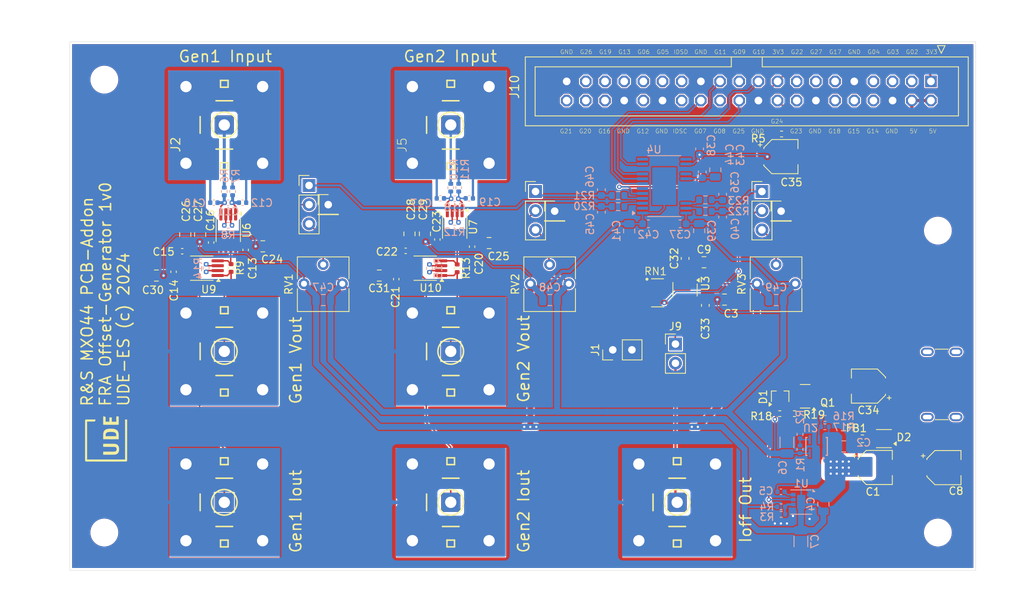
<source format=kicad_pcb>
(kicad_pcb (version 20240108) (generator "pcbnew") (generator_version "8.0")
  (layers (0 "F.Cu" signal) (31 "B.Cu" signal) (34 "B.Paste" user) (35 "F.Paste" user) (36 "B.SilkS" user "B.Silkscreen") (37 "F.SilkS" user "F.Silkscreen") (38 "B.Mask" user) (39 "F.Mask" user) (44 "Edge.Cuts" user))
  (net 0 "")
  (net 1 "GND")
  (net 2 "+5V")
  (net 3 "+3V3")
  (net 4 "-5V")
  (net 5 "Net-(U1-SS{slash}TR)")
  (net 6 "GNDREF")
  (net 7 "Net-(U6-+)")
  (net 8 "Net-(U6--)")
  (net 9 "Net-(U9-+)")
  (net 10 "Net-(J2-SIG)")
  (net 11 "/Power/PWRGD_NEG")
  (net 12 "/Power/PWRGD_POS")
  (net 13 "PWRA_GOOD")
  (net 14 "Net-(J3-SIG)")
  (net 15 "Net-(J4-SIG)")
  (net 16 "Net-(J5-SIG)")
  (net 17 "Net-(J6-SIG)")
  (net 18 "Net-(J7-SIG)")
  (net 19 "Net-(U1-FB)")
  (net 20 "Net-(U2-FB)")
  (net 21 "Net-(R8-Pad1)")
  (net 22 "Net-(R8-Pad2)")
  (net 23 "Net-(U7-+)")
  (net 24 "Net-(R12-Pad1)")
  (net 25 "Net-(R12-Pad2)")
  (net 26 "Net-(U10-+)")
  (net 27 "Net-(U7--)")
  (net 28 "Net-(R14-Pad2)")
  (net 29 "Net-(R14-Pad1)")
  (net 30 "Net-(R15-Pad2)")
  (net 31 "Net-(R15-Pad1)")
  (net 32 "Net-(U4-REF_IN)")
  (net 33 "Net-(J12-Pin_3)")
  (net 34 "Net-(J8-SIG)")
  (net 35 "Net-(J9-Pin_1)")
  (net 36 "GNDA")
  (net 37 "Net-(RN1B-R2.2)")
  (net 38 "Net-(RN1A-R1.1)")
  (net 39 "/Control-Unit/VREF_CH2")
  (net 40 "/Power/PWR_IN")
  (net 41 "Net-(C8-Pad1)")
  (net 47 "/Control-Unit/SPI_SCLK")
  (net 56 "/Control-Unit/SPI_DAC_~{CS}")
  (net 63 "/Control-Unit/SPI_MOSI")
  (net 65 "/Control-Unit/SPI_DAC_~{CLR}")
  (net 75 "Net-(U2-MODE)")
  (net 76 "VCC_PI400")
  (net 77 "/Control-Unit/DAC_CH2")
  (net 78 "Net-(D2-A)")
  (net 79 "Net-(Q1-G)")
  (net 80 "/Control-Unit/VREF_CH1")
  (net 81 "/Control-Unit/DAC_CH1")
  (net 82 "Net-(J13-Pin_3)")
  (net 83 "/Control-Unit/VREF_CH0")
  (net 84 "Net-(J14-Pin_3)")
  (net 85 "/Control-Unit/DAC_CH0")
  (net 86 "Net-(U4-VOUTA)")
  (net 87 "Net-(U4-VOUTB)")
  (net 88 "Net-(U4-VOUTC)")
  (net 90 "Net-(C36-Pad1)")
  (net 95 "Net-(U4-VOUTD)")
  (footprint "Capacitor_SMD:C_0402_1005Metric" (layer "F.Cu") (at 70.49 82.555 -90)
    (property "Reference" "C13")
    (property "Value" "100n")
  )
  (footprint "Connector_PinHeader_2.54mm:PinHeader_1x01_P2.54mm_Vertical" (layer "F.Cu") (at 81.43 76.56)
    (property "Reference" "J15" (hide yes))
    (property "Value" "Conn_01x01")
  )
  (footprint "Connector_PinHeader_2.54mm:PinHeader_1x01_P2.54mm_Vertical" (layer "F.Cu") (at 111.43 77.42)
    (property "Reference" "J16" (hide yes))
    (property "Value" "Conn_01x01")
  )
  (footprint "Resistor_SMD:R_0402_1005Metric" (layer "F.Cu") (at 141.49 67.2)
    (property "Reference" "R5")
    (property "Value" "22k")
  )
  (footprint "Potentiometer_THT:Potentiometer_Vishay_T73YP_Vertical" (layer "F.Cu") (at 83.3 87.04 90)
    (property "Reference" "RV1")
    (property "Value" "22k")
  )
  (footprint "Capacitor_SMD:C_0805_2012Metric" (layer "F.Cu") (at 102.74 81.655)
    (property "Reference" "C25")
    (property "Value" "10µ")
  )
  (footprint "MountingHole:MountingHole_3.2mm_M3" (layer "F.Cu") (at 51.77 60)
    (property "Reference" "H1" (hide yes))
    (property "Value" "MountingHole" (hide yes))
  )
  (footprint "Connector_PinHeader_2.54mm:PinHeader_1x03_P2.54mm_Vertical" (layer "F.Cu") (at 138.89 74.82)
    (property "Reference" "J12" (hide yes))
    (property "Value" "Conn_01x03")
  )
  (footprint "Package_TO_SOT_SMD:SOT-23-5_HandSoldering" (layer "F.Cu") (at 128.7 87.77 -90)
    (property "Reference" "U3")
    (property "Value" "OPA145_SOT")
  )
  (footprint "Capacitor_SMD:C_0402_1005Metric" (layer "F.Cu") (at 62.085 82.73 180)
    (property "Reference" "C15")
    (property "Value" "100n")
  )
  (footprint "custom_library:RESCAXE80P320X160X70-8N" (layer "F.Cu") (at 125.055 88.24)
    (property "Reference" "RN1")
    (property "Value" "100k")
  )
  (footprint "Capacitor_SMD:CP_Elec_4x3" (layer "F.Cu") (at 153 100.6 180)
    (property "Reference" "C34")
    (property "Value" "100µ")
  )
  (footprint "Capacitor_SMD:C_0402_1005Metric" (layer "F.Cu") (at 91.69 82.68 180)
    (property "Reference" "C22")
    (property "Value" "100n")
  )
  (footprint "Capacitor_SMD:C_0402_1005Metric" (layer "F.Cu") (at 65.915 81.58 90)
    (property "Reference" "C16")
    (property "Value" "100n")
  )
  (footprint "Capacitor_SMD:C_0805_2012Metric" (layer "F.Cu") (at 58.665 85.955 180)
    (property "Reference" "C30")
    (property "Value" "10µ")
  )
  (footprint "Capacitor_SMD:C_0603_1608Metric" (layer "F.Cu") (at 128.71 83.685 90)
    (property "Reference" "C32")
    (property "Value" "100n")
  )
  (footprint "Package_TO_SOT_SMD:SOT-23" (layer "F.Cu") (at 144.6125 101.95 180)
    (property "Reference" "Q1")
    (property "Value" "BS170F")
  )
  (footprint "Capacitor_SMD:C_0402_1005Metric" (layer "F.Cu") (at 90.44 86.425 -90)
    (property "Reference" "C21")
    (property "Value" "100n")
  )
  (footprint "Connector_PinHeader_2.54mm:PinHeader_1x02_P2.54mm_Vertical" (layer "F.Cu") (at 127.43 95.03)
    (property "Reference" "J9")
    (property "Value" "Conn_01x02")
  )
  (footprint "Resistor_SMD:R_0402_1005Metric" (layer "F.Cu") (at 98.515 84.99 -90)
    (property "Reference" "R13")
    (property "Value" "100R")
  )
  (footprint "Capacitor_SMD:C_0805_2012Metric" (layer "F.Cu") (at 62.49 80.53 90)
    (property "Reference" "C26")
    (property "Value" "10µ")
  )
  (footprint "custom_library:HUSON-3-1EP_2x2mm_P1.3mm_EP1.1x1.6mm" (layer "F.Cu") (at 155.05 107.56 180)
    (property "Reference" "D2")
    (property "Value" "PMEG3020CPA")
  )
  (footprint "Package_TO_SOT_SMD:SOT-323_SC-70" (layer "F.Cu") (at 141.3 101.975 90)
    (property "Reference" "D1")
    (property "Value" "BAT54AW")
  )
  (footprint "connectors:BNC-MALE-H" (layer "F.Cu") (at 127.66 116)
    (property "Reference" "J8" (hide yes))
    (property "Value" "BNC-FEMALE-H")
  )
  (footprint "Capacitor_SMD:C_0805_2012Metric" (layer "F.Cu") (at 88.19 85.955 180)
    (property "Reference" "C31")
    (property "Value" "10µ")
  )
  (footprint "Connector_PinHeader_2.54mm:PinHeader_1x01_P2.54mm_Vertical" (layer "F.Cu") (at 141.43 77.42)
    (property "Reference" "J17" (hide yes))
    (property "Value" "Conn_01x01")
  )
  (footprint "Capacitor_SMD:C_0402_1005Metric" (layer "F.Cu") (at 100.49 82.125 -90)
    (property "Reference" "C20")
    (property "Value" "100n")
  )
  (footprint "Capacitor_SMD:C_0402_1005Metric" (layer "F.Cu") (at 60.94 85.455 90)
    (property "Reference" "C14")
    (property "Value" "100n")
  )
  (footprint "connectors:BNC-MALE-H" (layer "F.Cu") (at 97.66 96)
    (property "Reference" "J6" (hide yes))
    (property "Value" "BNC-FEMALE-H")
  )
  (footprint "connectors:BNC-MALE-H" (layer "F.Cu") (at 67.66 96)
    (property "Reference" "J3" (hide yes))
    (property "Value" "BNC-FEMALE-H" (hide yes))
  )
  (footprint "Package_SO:MSOP-8_3x3mm_P0.65mm" (layer "F.Cu") (at 68.185 79.9625 -90)
    (property "Reference" "U6")
    (property "Value" "AD8422BRMZ")
  )
  (footprint "Resistor_SMD:R_0402_1005Metric" (layer "F.Cu") (at 141.25 104.25)
    (property "Reference" "R18")
    (property "Value" "47k")
  )
  (footprint "connectors:USB_C_Receptacle_6P" (layer "F.Cu") (at 163.8 100.38 90)
    (property "Reference" "J11" (hide yes))
    (property "Value" "USB-C Receptable (6P)")
  )
  (footprint "Capacitor_SMD:C_0805_2012Metric" (layer "F.Cu") (at 133.93 89.14)
    (property "Reference" "C3")
    (property "Value" "10µ")
  )
  (footprint "MountingHole:MountingHole_3.2mm_M3" (layer "F.Cu") (at 162.2 80)
    (property "Reference" "H3" (hide yes))
    (property "Value" "MountingHole" (hide yes))
  )
  (footprint "Capacitor_SMD:CP_Elec_4x3" (layer "F.Cu") (at 141.4 70.2)
    (property "Reference" "C35")
    (property "Value" "100µ")
  )
  (footprint "Capacitor_SMD:C_0402_1005Metric" (layer "F.Cu") (at 95.89 81.18 90)
    (property "Reference" "C23")
    (property "Value" "100n")
  )
  (footprint "Resistor_SMD:R_0402_1005Metric" (layer "F.Cu") (at 68.56 84.95 -90)
    (property "Reference" "R9")
    (property "Value" "100R")
  )
  (footprint "Potentiometer_THT:Potentiometer_Vishay_T73YP_Vertical" (layer "F.Cu") (at 113.3 87.04 90)
    (property "Reference" "RV2")
    (property "Value" "22k")
  )
  (footprint "Capacitor_SMD:C_0805_2012Metric" (layer "F.Cu") (at 94.24 80.43 90)
    (property "Reference" "C29")
    (property "Value" "10µ")
  )
  (footprint "connectors:BNC-MALE-H" (layer "F.Cu") (at 97.66 116)
    (property "Reference" "J7" (hide yes))
    (property "Value" "BNC-FEMALE-H")
  )
  (footprint "MountingHole:MountingHole_3.2mm_M3" (layer "F.Cu") (at 51.77 120)
    (property "Reference" "H2" (hide yes))
    (property "Value" "MountingHole" (hide yes))
  )
  (footprint "Package_SO:MSOP-8_3x3mm_P0.65mm" (layer "F.Cu") (at 98.185 79.53 -90)
    (property "Reference" "U7")
    (property "Value" "AD8422BRMZ")
  )
  (footprint "Capacitor_SMD:C_0805_2012Metric" (layer "F.Cu") (at 92.19 80.43 90)
    (property "Reference" "C28")
    (property "Value" "10µ")
  )
  (footprint "Potentiometer_THT:Potentiometer_Vishay_T73YP_Vertical" (layer "F.Cu") (at 143.3 87.04 90)
    (property "Reference" "RV3")
    (property "Value" "22k")
  )
  (footprint "Resistor_SMD:R_0402_1005Metric" (layer "F.Cu") (at 143.2 104.25 180)
    (property "Reference" "R19")
    (property "Value" "12k")
  )
  (footprint "connectors:BNC-MALE-H" (layer "F.Cu") (at 67.66 66)
    (property "Reference" "J2")
    (property "Value" "BNC-FEMALE-H")
  )
  (footprint "Connector_PinHeader_2.54mm:PinHeader_1x03_P2.54mm_Vertical" (layer "F.Cu") (at 108.89 74.82)
    (property "Reference" "J13" (hide yes))
    (property "Value" "Conn_01x03")
  )
  (footprint "Connector_PinHeader_2.54mm:PinHeader_1x02_P2.54mm_Vertical" (layer "F.Cu") (at 119.125 95.8 90)
    (property "Reference" "J1")
    (property "Value" "Conn_01x02_Pin")
  )
  (footprint "Capacitor_SMD:C_0603_1608Metric" (layer "F.Cu") (at 131.39 89.905 -90)
    (property "Reference" "C33")
    (property "Value" "100n")
  )
  (footprint "connectors:rpi400_header" (layer "F.Cu") (at 137.15 61.5 180)
    (property "Reference" "J10")
    (property "Value" "PI400_HEAD_MALE" (hide yes))
  )
  (footprint "Connector_PinHeader_2.54mm:PinHeader_1x03_P2.54mm_Vertical" (layer "F.Cu") (at 78.89 74.02)
    (property "Reference" "J14" (hide yes))
    (property "Value" "Conn_01x03")
  )
  (footprint "Capacitor_SMD:C_0805_2012Metric" (layer "F.Cu") (at 72.765 82.08)
    (property "Reference" "C24")
    (property "Value" "10µ")
  )
  (footprint "Capacitor_SMD:CP_Elec_4x3" (layer "F.Cu") (at 153.9 111.38)
    (property "Reference" "C1")
    (property "Value" "100µ")
  )
  (footprint "connectors:BNC-MALE-H" (layer "F.Cu") (at 97.66 66)
    (property "Reference" "J5")
    (property "Value" "BNC-FEMALE-H")
  )
  (footprint "Package_SO:MSOP-8_3x3mm_P0.65mm" (layer "F.Cu") (at 64.6725 84.975 180)
    (property "Reference" "U9")
    (property "Value" "AD8422BRMZ")
  )
  (footprint "Capacitor_SMD:CP_Elec_4x3" (layer "F.Cu") (at 163 111.4)
    (property "Reference" "C8")
    (property "Value" "100µ")
  )
  (footprint "connectors:BNC-MALE-H" (layer "F.Cu") (at 67.66 116)
    (property "Reference" "J4" (hide yes))
    (property "Value" "BNC-FEMALE-H")
  )
  (footprint "logos:logo_ude_6x6" (layer "F.Cu") (at 52 107.6 90)
    (property "Reference" "G***" (hide yes))
    (property "Value" "LOGO" (hide yes))
  )
  (footprint "Package_SO:MSOP-8_3x3mm_P0.65mm" (layer "F.Cu") (at 94.2775 84.975 180)
    (property "Reference" "U10")
    (property "Value" "AD8422BRMZ")
  )
  (footprint "MountingHole:MountingHole_3.2mm_M3" (layer "F.Cu") (at 162.2 120)
    (property "Reference" "H4" (hide yes))
    (property "Value" "MountingHole" (hide yes))
  )
  (footprint "Capacitor_SMD:C_0805_2012Metric" (layer "F.Cu") (at 64.465 80.53 90)
    (property "Reference" "C27")
    (property "Value" "10µ")
  )
  (footprint "Inductor_SMD:L_0603_1608Metric" (layer "F.Cu") (at 152.2 107.58 180)
    (property "Reference" "FB1")
    (property "Value" "FB_120Z_2A_0603")
  )
  (footprint "Capacitor_SMD:C_0805_2012Metric" (layer "F.Cu") (at 131.21 84.19)
    (property "Reference" "C9")
    (property "Value" "10µ")
  )
  (footprint "Capacitor_SMD:C_0402_1005Metric" (layer "B.Cu") (at 66.28 76.3)
    (property "Reference" "C10")
    (property "Value" "1n")
  )
  (footprint "Capacitor_SMD:C_0603_1608Metric" (layer "B.Cu") (at 133.68 75.19 90)
    (property "Reference" "C36")
    (property "Value" "100n")
  )
  (footprint "Resistor_SMD:R_0402_1005Metric" (layer "B.Cu") (at 94.84 84.99 90)
    (property "Reference" "R15")
    (property "Value" "19k8")
  )
  (footprint "NetTie:NetTie-2_SMD_Pad0.5mm" (layer "B.Cu") (at 120.3 116)
    (property "Reference" "NT6" (hide yes))
    (property "Value" "NetTie_2" (hide yes))
  )
  (footprint "Resistor_SMD:R_0402_1005Metric" (layer "B.Cu") (at 141.43 116.59 180)
    (property "Reference" "R4")
    (property "Value" "22k")
  )
  (footprint "Capacitor_SMD:C_0805_2012Metric" (layer "B.Cu") (at 110.8 89.2 180)
    (property "Reference" "C48")
    (property "Value" "10µ")
  )
  (footprint "NetTie:NetTie-2_SMD_Pad0.5mm" (layer "B.Cu") (at 60.3 116)
    (property "Reference" "NT1" (hide yes))
    (property "Value" "NetTie_2" (hide yes))
  )
  (footprint "custom_library:MICROSIP8_SIU_TEX" (layer "B.Cu") (at 146.13 108.59 90)
    (property "Reference" "U2")
    (property "Value" "TPSM83101")
  )
  (footprint "Capacitor_SMD:C_0805_2012Metric" (layer "B.Cu") (at 121.3 80.05 -90)
    (property "Reference" "C41")
    (property "Value" "10µ")
  )
  (footprint "Resistor_SMD:R_0402_1005Metric" (layer "B.Cu") (at 147.24 104.89)
    (property "Reference" "R17")
    (property "Value" "100k")
  )
  (footprint "NetTie:NetTie-2_SMD_Pad0.5mm" (layer "B.Cu") (at 90.4 116)
    (property "Reference" "NT4" (hide yes))
    (property "Value" "NetTie_2" (hide yes))
  )
  (footprint "Capacitor_SMD:C_0805_2012Metric" (layer "B.Cu") (at 147.03 116.24 -90)
    (property "Reference" "C4")
    (property "Value" "10µ")
  )
  (footprint "Capacitor_SMD:C_1206_3216Metric" (layer "B.Cu") (at 144.05 121.175 90)
    (property "Reference" "C7")
    (property "Value" "47µ")
  )
  (footprint "Resistor_SMD:R_0402_1005Metric" (layer "B.Cu") (at 143.93 108.98 90)
    (property "Reference" "R1")
    (property "Value" "198k")
  )
  (footprint "Capacitor_SMD:C_0402_1005Metric" (layer "B.Cu") (at 100.12 75.73)
    (property "Reference" "C19")
    (property "Value" "1n")
  )
  (footprint "Resistor_SMD:R_0603_1608Metric" (layer "B.Cu") (at 131.4 75.925)
    (property "Reference" "R23")
    (property "Value" "100R")
  )
  (footprint "Capacitor_SMD:C_0402_1005Metric" (layer "B.Cu") (at 70.08 76.3)
    (property "Reference" "C12")
    (property "Value" "1n")
  )
  (footprint "Resistor_SMD:R_0603_1608Metric" (layer "B.Cu") (at 119.835 75.35 180)
    (property "Reference" "R21")
    (property "Value" "100R")
  )
  (footprint "Resistor_SMD:R_0603_1608Metric" (layer "B.Cu") (at 119.835 76.825 180)
    (property "Reference" "R20")
    (property "Value" "100R")
  )
  (footprint "Capacitor_SMD:C_0603_1608Metric" (layer "B.Cu") (at 130.625 69.175 -90)
    (property "Reference" "C38")
    (property "Value" "100n")
  )
  (footprint "Resistor_SMD:R_0402_1005Metric" (layer "B.Cu") (at 97.66 74.31 -90)
    (property "Reference" "R10")
    (property "Value" "10R")
  )
  (footprint "Capacitor_SMD:C_0805_2012Metric" (layer "B.Cu") (at 140.775 89.2 180)
    (property "Reference" "C49")
    (property "Value" "10µ")
  )
  (footprint "Resistor_SMD:R_0402_1005Metric" (layer "B.Cu") (at 67.66 74.81 -90)
    (property "Reference" "R6")
    (property "Value" "10R")
  )
  (footprint "Capacitor_SMD:C_0402_1005Metric" (layer "B.Cu") (at 98.185 75.78)
    (property "Reference" "C18")
    (property "Value" "10n")
  )
  (footprint "Resistor_SMD:R_0402_1005Metric" (layer "B.Cu") (at 147.23 105.99 180)
    (property "Reference" "R16")
    (property "Value" "100k")
  )
  (footprint "Resistor_SMD:R_0402_1005Metric" (layer "B.Cu") (at 68.76 74.8 -90)
    (property "Reference" "R7")
    (property "Value" "10R")
  )
  (footprint "Resistor_SMD:R_0402_1005Metric" (layer "B.Cu") (at 143.93 107 90)
    (property "Reference" "R2")
    (property "Value" "22k")
  )
  (footprint "custom_library:TSSOP-24-1EP_4.4x7.8mm_P0.65mm_EP3.2x5mm" (layer "B.Cu") (at 125.95 74.105)
    (property "Reference" "U4")
    (property "Value" "AD57x4")
  )
  (footprint "NetTie:NetTie-2_SMD_Pad0.5mm" (layer "B.Cu") (at 90.2 96)
    (property "Reference" "NT5" (hide yes))
    (property "Value" "NetTie_2" (hide yes))
  )
  (footprint "Capacitor_SMD:C_0603_1608Metric" (layer "B.Cu") (at 133.68 78.21 -90)
    (property "Reference" "C40")
    (property "Value" "100n")
  )
  (footprint "Capacitor_SMD:C_0603_1608Metric" (layer "B.Cu") (at 128.05 79.1)
    (property "Reference" "C37")
    (property "Value" "100n")
  )
  (footprint "Capacitor_SMD:C_0603_1608Metric" (layer "B.Cu") (at 117.62 74.575 -90)
    (property "Reference" "C46")
    (property "Value" "100n")
  )
  (footprint "Resistor_SMD:R_0402_1005Metric" (layer "B.Cu") (at 141.45 117.6)
    (property "Reference" "R3")
    (property "Value" "116k")
  )
  (footprint "Capacitor_SMD:C_0402_1005Metric" (layer "B.Cu") (at 68.18 76.3)
    (property "Reference" "C11")
    (property "Value" "10n")
  )
  (footprint "Capacitor_SMD:C_1206_3216Metric" (layer "B.Cu") (at 142.2 108.05 90)
    (property "Reference" "C6")
    (property "Value" "47µ")
  )
  (footprint "Capacitor_SMD:C_0603_1608Metric" (layer "B.Cu") (at 130.975 72.225 90)
    (property "Reference" "C44")
    (property "Value" "100n")
  )
  (footprint "Capacitor_SMD:C_0805_2012Metric" (layer "B.Cu") (at 80.775 89.2 180)
    (property "Reference" "C47")
    (property "Value" "10µ")
  )
  (footprint "Resistor_SMD:R_0402_1005Metric" (layer "B.Cu") (at 68.175 79.3 180)
    (property "Reference" "R8")
    (property "Value" "100G")
  )
  (footprint "Capacitor_SMD:C_0603_1608Metric" (layer "B.Cu") (at 123.85 79.1)
    (property "Reference" "C42")
    (property "Value" "100n")
  )
  (footprint "Resistor_SMD:R_0402_1005Metric" (layer "B.Cu") (at 98.715 74.305 -90)
    (property "Reference" "R11")
    (property "Value" "10R")
  )
  (footprint "Capacitor_SMD:C_0805_2012Metric" (layer "B.Cu") (at 132.71 71.94 90)
    (property "Reference" "C43")
    (property "Value" "10µ")
  )
  (footprint "Resistor_SMD:R_0402_1005Metric" (layer "B.Cu") (at 65.26 84.96 90)
    (property "Reference" "R14")
    (property "Value" "19k8")
  )
  (footprint "Resistor_SMD:R_0603_1608Metric" (layer "B.Cu") (at 131.4 77.45)
    (property "Reference" "R22")
    (property "Value" "100R")
  )
  (footprint "NetTie:NetTie-2_SMD_Pad0.5mm" (layer "B.Cu") (at 60.4 96)
    (property "Reference" "NT2" (hide yes))
    (property "Value" "NetTie_2" (hide yes))
  )
  (footprint "custom_library:Texas_SIL0008D_MicroSiP-8-1EP_2.8x3mm_P0.65mm_EP1.1x1.9mm" (layer "B.Cu") (at 144.0925 115.965 180)
    (property "Reference" "U1")
    (property "Value" "TPS82150")
  )
  (footprint "Capacitor_SMD:C_0402_1005Metric" (layer "B.Cu") (at 141.41 114.6 180)
    (property "Reference" "C5")
    (property "Value" "100n")
  )
  (footprint "Capacitor_SMD:C_0603_1608Metric" (layer "B.Cu") (at 117.62 77.565 90)
    (property "Reference" "C45")
    (property "Value" "100n")
  )
  (footprint "Capacitor_SMD:C_0402_1005Metric" (layer "B.Cu") (at 96.285 75.73)
    (property "Reference" "C17")
    (property "Value" "1n")
  )
  (footprint "Capacitor_SMD:C_0805_2012Metric" (layer "B.Cu") (at 130.575 80.025 90)
    (property "Reference" "C39")
    (property "Value" "10µ")
  )
  (footprint "Resistor_SMD:R_0402_1005Metric" (layer "B.Cu") (at 98.175 78.905 180)
    (property "Reference" "R12")
    (property "Value" "100G")
  )
  (footprint "Capacitor_SMD:C_0805_2012Metric" (layer "B.Cu") (at 149.73 108.59)
    (property "Reference" "C2")
    (property "Value" "10µ")
  )
  (gr_rect (start 47.2 55) (end 167.2 125) (stroke (width 0.05)) (fill none) (layer "Edge.Cuts"))
  (gr_text "Gen1 Input" (at 67.8 57.8 0) (layer "F.SilkS") (effects (font (size 1.5 1.5) (thickness 0.2)) (justify bottom)))
  (gr_text "Gen2 Input" (at 97.6 57.8 0) (layer "F.SilkS") (effects (font (size 1.5 1.5) (thickness 0.2)) (justify bottom)))
  (gr_text "Gen2 Iout" (at 108.2 117.2 90) (layer "F.SilkS") (effects (font (size 1.5 1.5) (thickness 0.2)) (justify bottom)))
  (gr_text "R&S MXO44 PCB-Addon\nFRA Offset-Generator 1v0\nUDE-ES (c) 2024" (at 55.2 103.4 90) (layer "F.SilkS") (effects (font (size 1.5 1.5) (thickness 0.2)) (justify left bottom)))
  (gr_text "Gen1 Iout" (at 78 117.2 90) (layer "F.SilkS") (effects (font (size 1.5 1.5) (thickness 0.2)) (justify bottom)))
  (gr_text "Gen2 Vout" (at 108.2 97 90) (layer "F.SilkS") (effects (font (size 1.5 1.5) (thickness 0.2)) (justify bottom)))
  (gr_text "Ioff Out" (at 137.6 117 90) (layer "F.SilkS") (effects (font (size 1.5 1.5) (thickness 0.2)) (justify bottom)))
  (gr_text "Gen1 Vout" (at 78 97.2 90) (layer "F.SilkS") (effects (font (size 1.5 1.5) (thickness 0.2)) (justify bottom)))
  (via (at 140.6 118.8) (size 0.6) (drill 0.3) (layers "F.Cu" "B.Cu") (net 1))
  (via (at 141.4 118.8) (size 0.6) (drill 0.3) (layers "F.Cu" "B.Cu") (net 1))
  (via (at 142.2 118.8) (size 0.6) (drill 0.3) (layers "F.Cu" "B.Cu") (net 1))
  (via (at 143 117.8) (size 0.6) (drill 0.3) (layers "F.Cu" "B.Cu") (net 1))
  (via (at 145.2 118.2) (size 0.6) (drill 0.3) (layers "F.Cu" "B.Cu") (net 1))
  (segment (start 145.83 106.33) (end 145.75 106.25) (width 0.2) (layer "B.Cu") (net 1))
  (segment (start 145.83 109.49) (end 145.83 110.87) (width 0.2) (layer "B.Cu") (net 1))
  (segment (start 145.83 107.69) (end 145.83 106.33) (width 0.2) (layer "B.Cu") (net 1))
  (segment (start 145.83 110.87) (end 145.8 110.9) (width 0.2) (layer "B.Cu") (net 1))
  (segment (start 143.03 116.94) (end 143.03 117.77) (width 0.2) (layer "B.Cu") (net 1))
  (segment (start 146.43 110.88) (end 146.45 110.9) (width 0.2) (layer "B.Cu") (net 1))
  (segment (start 143.03 117.77) (end 143 117.8) (width 0.2) (layer "B.Cu") (net 1))
  (segment (start 146.43 109.49) (end 146.43 110.88) (width 0.2) (layer "B.Cu") (net 1))
  (segment (start 71.81 82.075) (end 70.49 82.075) (width 0.2) (layer "F.Cu") (net 2))
  (segment (start 62.56 85.95) (end 60.955 85.95) (width 0.2) (layer "F.Cu") (net 2))
  (segment (start 90.445 85.95) (end 90.44 85.945) (width 0.2) (layer "F.Cu") (net 2))
  (segment (start 71.815 82.08) (end 71.815 83.215) (width 0.2) (layer "F.Cu") (net 2))
  (segment (start 140.74 104.86) (end 140.6 105) (width 0.2) (layer "F.Cu") (net 2))
  (segment (start 71.815 83.215) (end 72.2 83.6) (width 0.2) (layer "F.Cu") (net 2))
  (segment (start 140.74 104.25) (end 140.74 104.86) (width 0.2) (layer "F.Cu") (net 2))
  (segment (start 71.815 82.785) (end 71.8 82.8) (width 0.2) (layer "F.Cu") (net 2))
  (segment (start 88.6 87.6) (end 83.86 87.6) (width 0.2) (layer "F.Cu") (net 2))
  (segment (start 59.615 85.955) (end 60.92 85.955) (width 0.2) (layer "F.Cu") (net 2))
  (segment (start 76.5 83.6) (end 78.9 86) (width 0.2) (layer "F.Cu") (net 2))
  (segment (start 92.165 85.95) (end 90.445 85.95) (width 0.2) (layer "F.Cu") (net 2))
  (segment (start 131.38 89.12) (end 131.39 89.13) (width 0.2) (layer "F.Cu") (net 2))
  (segment (start 129.65 89.12) (end 131.38 89.12) (width 0.2) (layer "F.Cu") (net 2))
  (segment (start 71.815 82.08) (end 71.815 82.785) (width 0.2) (layer "F.Cu") (net 2))
  (segment (start 82.26 86) (end 83.3 87.04) (width 0.2) (layer "F.Cu") (net 2))
  (segment (start 78.9 86) (end 82.26 86) (width 0.2) (layer "F.Cu") (net 2))
  (segment (start 60.955 85.95) (end 60.94 85.935) (width 0.2) (layer "F.Cu") (net 2))
  (segment (start 83.86 87.6) (end 83.3 87.04) (width 0.2) (layer "F.Cu") (net 2))
  (segment (start 100.4875 81.6425) (end 100.49 81.645) (width 0.2) (layer "F.Cu") (net 2))
  (segment (start 90.43 85.955) (end 90.44 85.945) (width 0.2) (layer "F.Cu") (net 2))
  (segment (start 112.46 86.2) (end 113.3 87.04) (width 0.2) (layer "F.Cu") (net 2))
  (segment (start 101.79 81.655) (end 101.79 82.59) (width 0.2) (layer "F.Cu") (net 2))
  (segment (start 89.14 85.955) (end 89.14 87.06) (width 0.2) (layer "F.Cu") (net 2))
  (segment (start 99.16 81.6425) (end 100.4875 81.6425) (width 0.2) (layer "F.Cu") (net 2))
  (segment (start 100.5 81.655) (end 100.49 81.645) (width 0.2) (layer "F.Cu") (net 2))
  (segment (start 101.79 81.655) (end 100.5 81.655) (width 0.2) (layer "F.Cu") (net 2))
  (segment (start 132.98 89.14) (end 131.4 89.14) (width 0.2) (layer "F.Cu") (net 2))
  (segment (start 131.4 89.14) (end 131.39 89.13) (width 0.2) (layer "F.Cu") (net 2))
  (segment (start 72.2 83.6) (end 76.5 83.6) (width 0.2) (layer "F.Cu") (net 2))
  (segment (start 89.14 87.06) (end 88.6 87.6) (width 0.2) (layer "F.Cu") (net 2))
  (segment (start 60.92 85.955) (end 60.94 85.935) (width 0.2) (layer "F.Cu") (net 2))
  (segment (start 89.14 85.955) (end 90.43 85.955) (width 0.2) (layer "F.Cu") (net 2))
  (segment (start 101.79 82.59) (end 103.4 84.2) (width 0.2) (layer "F.Cu") (net 2))
  (segment (start 103.4 84.2) (end 107.4 84.2) (width 0.2) (layer "F.Cu") (net 2))
  (segment (start 107.4 84.2) (end 109.4 86.2) (width 0.2) (layer "F.Cu") (net 2))
  (segment (start 71.815 82.08) (end 71.81 82.075) (width 0.2) (layer "F.Cu") (net 2))
  (segment (start 70.49 82.075) (end 69.16 82.075) (width 0.2) (layer "F.Cu") (net 2))
  (segment (start 109.4 86.2) (end 112.46 86.2) (width 0.2) (layer "F.Cu") (net 2))
  (via (at 59.615 85.955) (size 0.6) (drill 0.3) (layers "F.Cu" "B.Cu") (net 2))
  (via (at 140.6 105) (size 0.6) (drill 0.3) (layers "F.Cu" "B.Cu") (net 2))
  (via (at 132.98 89.14) (size 0.6) (drill 0.3) (layers "F.Cu" "B.Cu") (net 2))
  (via (at 71.815 82.08) (size 0.6) (drill 0.3) (layers "F.Cu" "B.Cu") (net 2))
  (segment (start 141.725 96.675) (end 134.4 104) (width 0.8) (layer "B.Cu") (net 2))
  (segment (start 71.8 81.4) (end 71.8 82.065) (width 0.2) (layer "B.Cu") (net 2))
  (segment (start 111.75 89.2) (end 111.75 103.95) (width 0.8) (layer "B.Cu") (net 2))
  (segment (start 111.75 89.2) (end 111.75 88.59) (width 0.8) (layer "B.Cu") (net 2))
  (segment (start 111.75 103.95) (end 111.8 104) (width 0.8) (layer "B.Cu") (net 2))
  (segment (start 88.6 104) (end 81.725 97.125) (width 0.8) (layer "B.Cu") (net 2))
  (segment (start 145.229999 109.49) (end 143.93 109.49) (width 0.2) (layer "B.Cu") (net 2))
  (segment (start 132.4 79.6) (end 132.4 81.2) (width 0.4) (layer "B.Cu") (net 2))
  (segment (start 59.615 82.185) (end 61.2 80.6) (width 0.2) (layer "B.Cu") (net 2))
  (segment (start 81.725 88.615) (end 83.3 87.04) (width 0.8) (layer "B.Cu") (net 2))
  (segment (start 131.875 79.075) (end 132.4 79.6) (width 0.4) (layer "B.Cu") (net 2))
  (segment (start 140.84 87.04) (end 143.3 87.04) (width 0.4) (layer "B.Cu") (net 2))
  (segment (start 132.98 90.18) (end 133.6 90.8) (width 0.2) (layer "B.Cu") (net 2))
  (segment (start 142.235 109.49) (end 142.2 109.525) (width 0.2) (layer "B.Cu") (net 2))
  (segment (start 141.725 88.615) (end 143.3 87.04) (width 0.8) (layer "B.Cu") (net 2))
  (segment (start 130.55 79.1) (end 130.575 79.075) (width 0.2) (layer "B.Cu") (net 2))
  (segment (start 141.725 89.2) (end 141.725 88.615) (width 0.8) (layer "B.Cu") (net 2))
  (segment (start 132.4 81.2) (end 135 83.8) (width 0.4) (layer "B.Cu") (net 2))
  (segment (start 81.725 97.125) (end 81.725 89.2) (width 0.8) (layer "B.Cu") (net 2))
  (segment (start 118.4 104) (end 111.8 104) (width 0.8) (layer "B.Cu") (net 2))
  (segment (start 133.6 90.8) (end 141.725 90.8) (width 0.2) (layer "B.Cu") (net 2))
  (segment (start 132.98 89.14) (end 132.98 90.18) (width 0.2) (layer "B.Cu") (net 2))
  (segment (start 137.6 83.8) (end 140.84 87.04) (width 0.4) (layer "B.Cu") (net 2))
  (segment (start 139.925 109.525) (end 134.4 104) (width 0.8) (layer "B.Cu") (net 2))
  (segment (start 111.75 88.59) (end 113.3 87.04) (width 0.8) (layer "B.Cu") (net 2))
  (segment (start 81.725 89.2) (end 81.725 88.615) (width 0.8) (layer "B.Cu") (net 2))
  (segment (start 142.2 109.525) (end 140.6 109.525) (width 0.8) (layer "B.Cu") (net 2))
  (segment (start 59.615 85.955) (end 59.615 82.185) (width 0.2) (layer "B.Cu") (net 2))
  (segment (start 71 80.6) (end 71.8 81.4) (width 0.2) (layer "B.Cu") (net 2))
  (segment (start 141.725 90.8) (end 141.725 96.675) (width 0.8) (layer "B.Cu") (net 2))
  (segment (start 128.825 77.68) (end 128.825 79.1) (width 0.2) (layer "B.Cu") (net 2))
  (segment (start 71.8 82.065) (end 71.815 82.08) (width 0.2) (layer "B.Cu") (net 2))
  (segment (start 61.2 80.6) (end 71 80.6) (width 0.2) (layer "B.Cu") (net 2))
  (segment (start 128.825 79.1) (end 130.55 79.1) (width 0.2) (layer "B.Cu") (net 2))
  (segment (start 141.725 89.2) (end 141.725 90.8) (width 0.8) (layer "B.Cu") (net 2))
  (segment (start 134.4 104) (end 118.4 104) (width 0.8) (layer "B.Cu") (net 2))
  (segment (start 130.575 79.075) (end 131.875 79.075) (width 0.4) (layer "B.Cu") (net 2))
  (segment (start 135 83.8) (end 137.6 83.8) (width 0.4) (layer "B.Cu") (net 2))
  (segment (start 140.6 109.525) (end 139.925 109.525) (width 0.8) (layer "B.Cu") (net 2))
  (segment (start 140.6 105) (end 140.6 109.525) (width 0.2) (layer "B.Cu") (net 2))
  (segment (start 143.93 109.49) (end 142.235 109.49) (width 0.2) (layer "B.Cu") (net 2))
  (segment (start 128.825 79.1) (end 128.85 79.075) (width 0.2) (layer "B.Cu") (net 2))
  (segment (start 111.8 104) (end 88.6 104) (width 0.8) (layer "B.Cu") (net 2))
  (segment (start 142.39 58.8) (end 140.96 60.23) (width 0.2) (layer "F.Cu") (net 3))
  (segment (start 140.96 60.23) (end 140.96 60.24) (width 0.2) (layer "F.Cu") (net 3))
  (segment (start 139.8 70) (end 139.6 70.2) (width 0.2) (layer "F.Cu") (net 3))
  (segment (start 140.98 67.2) (end 139.8 67.2) (width 0.2) (layer "F.Cu") (net 3))
  (segment (start 161.28 60.23) (end 161.28 59.48) (width 0.2) (layer "F.Cu") (net 3))
  (segment (start 139.8 61.4) (end 139.8 67.2) (width 0.2) (layer "F.Cu") (net 3))
  (segment (start 120 74.2) (end 129.4 74.2) (width 0.2) (layer "F.Cu") (net 3))
  (segment (start 130.6 73) (end 130.6 69.975) (width 0.2) (layer "F.Cu") (net 3))
  (segment (start 161.28 59.48) (end 160.6 58.8) (width 0.2) (layer "F.Cu") (net 3))
  (segment (start 160.6 58.8) (end 142.39 58.8) (width 0.2) (layer "F.Cu") (net 3))
  (segment (start 140.96 60.24) (end 139.8 61.4) (width 0.2) (layer "F.Cu") (net 3))
  (segment (start 139.8 67.2) (end 139.8 70) (width 0.2) (layer "F.Cu") (net 3))
  (segment (start 130.6 69.975) (end 130.625 69.95) (width 0.2) (layer "F.Cu") (net 3))
  (segment (start 129.4 74.2) (end 130.6 73) (width 0.2) (layer "F.Cu") (net 3))
  (via (at 130.625 69.95) (size 0.6) (drill 0.3) (layers "F.Cu" "B.Cu") (net 3))
  (via (at 120 74.2) (size 0.6) (drill 0.3) (layers "F.Cu" "B.Cu") (net 3))
  (via (at 139.6 70.2) (size 0.6) (drill 0.3) (layers "F.Cu" "B.Cu") (net 3))
  (segment (start 128.825 71.18) (end 128.83 71.175) (width 0.2) (layer "B.Cu") (net 3))
  (segment (start 120 74.2) (end 121.2 74.2) (width 0.2) (layer "B.Cu") (net 3))
  (segment (start 129.775 71.175) (end 130.625 70.325) (width 0.2) (layer "B.Cu") (net 3))
  (segment (start 121.6 75) (end 121.68 75.08) (width 0.2) (layer "B.Cu") (net 3))
  (segment (start 121.68 75.08) (end 123.075 75.08) (width 0.2) (layer "B.Cu") (net 3))
  (segment (start 121.6 74.6) (end 121.6 75) (width 0.2) (layer "B.Cu") (net 3))
  (segment (start 130.625 70.325) (end 130.625 69.95) (width 0.2) (layer "B.Cu") (net 3))
  (segment (start 130.625 69.95) (end 136 69.95) (width 0.2) (layer "B.Cu") (net 3))
  (segment (start 121.2 74.2) (end 121.6 74.6) (width 0.2) (layer "B.Cu") (net 3))
  (segment (start 139.35 69.95) (end 139.6 70.2) (width 0.2) (layer "B.Cu") (net 3))
  (segment (start 128.83 71.175) (end 129.775 71.175) (width 0.2) (layer "B.Cu") (net 3))
  (segment (start 136 69.95) (end 139.35 69.95) (width 0.2) (layer "B.Cu") (net 3))
  (segment (start 128.7 86.42) (end 128.7 84.47) (width 0.2) (layer "F.Cu") (net 4))
  (segment (start 92.19 81.38) (end 94.24 81.38) (width 0.2) (layer "F.Cu") (net 4))
  (segment (start 130.4 106) (end 129.6 106) (width 0.8) (layer "F.Cu") (net 4))
  (segment (start 97.1925 81.66) (end 97.21 81.6425) (width 0.2) (layer "F.Cu") (net 4))
  (segment (start 92.17 83.995) (end 92.165 84) (width 0.2) (layer "F.Cu") (net 4))
  (segment (start 62.565 83.995) (end 62.56 84) (width 0.2) (layer "F.Cu") (net 4))
  (segment (start 108.22 105.98) (end 108.2 106) (width 0.8) (layer "F.Cu") (net 4))
  (segment (start 130.26 84.19) (end 130.26 84.46) (width 0.2) (layer "F.Cu") (net 4))
  (segment (start 138.22 98.18) (end 130.4 106) (width 0.8) (layer "F.Cu") (net 4))
  (segment (start 92.19 81.38) (end 92.19 82.66) (width 0.2) (layer "F.Cu") (net 4))
  (segment (start 128.7 84.47) (end 128.71 84.46) (width 0.2) (layer "F.Cu") (net 4))
  (segment (start 65.045 82.06) (end 64.465 81.48) (width 0.2) (layer "F.Cu") (net 4))
  (segment (start 128.98 84.19) (end 128.71 84.46) (width 0.2) (layer "F.Cu") (net 4))
  (segment (start 108.2 106) (end 109 106) (width 0.8) (layer "F.Cu") (net 4))
  (segment (start 130.26 84.19) (end 128.98 84.19) (width 0.2) (layer "F.Cu") (net 4))
  (segment (start 132.84 87.04) (end 138.22 87.04) (width 0.2) (layer "F.Cu") (net 4))
  (segment (start 92.17 82.68) (end 92.17 83.995) (width 0.2) (layer "F.Cu") (net 4))
  (segment (start 64.465 81.48) (end 64.4 81.48) (width 0.2) (layer "F.Cu") (net 4))
  (segment (start 92.19 82.66) (end 92.17 82.68) (width 0.2) (layer "F.Cu") (net 4))
  (segment (start 62.565 81.48) (end 62.565 82.73) (width 0.2) (layer "F.Cu") (net 4))
  (segment (start 62.565 82.73) (end 62.565 83.995) (width 0.2) (layer "F.Cu") (net 4))
  (segment (start 108.2 106) (end 107.4 106) (width 0.8) (layer "F.Cu") (net 4))
  (segment (start 130.26 84.46) (end 132.84 87.04) (width 0.2) (layer "F.Cu") (net 4))
  (segment (start 65.93 82.075) (end 65.915 82.06) (width 0.2) (layer "F.Cu") (net 4))
  (segment (start 67.21 82.075) (end 65.93 82.075) (width 0.2) (layer "F.Cu") (net 4))
  (segment (start 94.24 81.38) (end 94.33 81.47) (width 0.2) (layer "F.Cu") (net 4))
  (segment (start 138.22 87.04) (end 138.22 98.18) (width 0.8) (layer "F.Cu") (net 4))
  (segment (start 95.89 81.66) (end 97.1925 81.66) (width 0.2) (layer "F.Cu") (net 4))
  (segment (start 65.915 82.06) (end 65.045 82.06) (width 0.2) (layer "F.Cu") (net 4))
  (segment (start 94.52 81.66) (end 94.33 81.47) (width 0.2) (layer "F.Cu") (net 4))
  (segment (start 108.22 87.04) (end 108.22 105.98) (width 0.8) (layer "F.Cu") (net 4))
  (segment (start 62.49 81.48) (end 64.4 81.48) (width 0.2) (layer "F.Cu") (net 4))
  (segment (start 95.89 81.66) (end 94.52 81.66) (width 0.2) (layer "F.Cu") (net 4))
  (via (at 108.2 106) (size 0.6) (drill 0.3) (layers "F.Cu" "B.Cu") (net 4))
  (via (at 107.4 106) (size 0.6) (drill 0.3) (layers "F.Cu" "B.Cu") (net 4))
  (via (at 129.6 106) (size 0.6) (drill 0.3) (layers "F.Cu" "B.Cu") (net 4))
  (via (at 94.33 81.47) (size 0.6) (drill 0.3) (layers "F.Cu" "B.Cu") (net 4))
  (via (at 130.4 106) (size 0.6) (drill 0.3) (layers "F.Cu" "B.Cu") (net 4))
  (via (at 109 106) (size 0.6) (drill 0.3) (layers "F.Cu" "B.Cu") (net 4))
  (via (at 64.4 81.48) (size 0.6) (drill 0.3) (layers "F.Cu" "B.Cu") (net 4))
  (segment (start 123.075 77.68) (end 125.32 77.68) (width 0.2) (layer "B.Cu") (net 4))
  (segment (start 136.6 116.6) (end 136.6 109) (width 0.8) (layer "B.Cu") (net 4))
  (segment (start 79.825 88.645) (end 78.22 87.04) (width 0.8) (layer "B.Cu") (net 4))
  (segment (start 144.1 115.9575) (end 144.0925 115.965) (width 0.2) (layer "B.Cu") (net 4))
  (segment (start 145.9 119.7) (end 147.03 118.57) (width 0.8) (layer "B.Cu") (net 4))
  (segment (start 119.7 79.1) (end 113.4 85.4) (width 0.4) (layer "B.Cu") (net 4))
  (segment (start 71.8 84.2) (end 76.2 84.2) (width 0.2) (layer "B.Cu") (net 4))
  (segment (start 138.3 119.7) (end 136.6 118) (width 0.8) (layer "B.Cu") (net 4))
  (segment (start 145.155 116.29) (end 144.4175 116.29) (width 0.3) (layer "B.Cu") (net 4))
  (segment (start 141.05 113.75) (end 143.8 113.75) (width 0.2) (layer "B.Cu") (net 4))
  (segment (start 79.825 97.625) (end 79.825 89.2) (width 0.8) (layer "B.Cu") (net 4))
  (segment (start 65 83) (end 70.6 83) (width 0.2) (layer "B.Cu") (net 4))
  (segment (start 147.03 118.57) (end 147.03 117.19) (width 0.8) (layer "B.Cu") (net 4))
  (segment (start 123.075 77.68) (end 123.075 79.1) (width 0.2) (layer "B.Cu") (net 4))
  (segment (start 139.825 89.2) (end 139.825 88.645) (width 0.8) (layer "B.Cu") (net 4))
  (segment (start 88.2 106) (end 107.4 106) (width 0.8) (layer "B.Cu") (net 4))
  (segment (start 144.05 116.0075) (end 144.0925 115.965) (width 0.8) (layer "B.Cu") (net 4))
  (segment (start 144.1 114.05) (end 144.1 115.9575) (width 0.2) (layer "B.Cu") (net 4))
  (segment (start 64.4 82.4) (end 65 83) (width 0.2) (layer "B.Cu") (net 4))
  (segment (start 103.2 84.8) (end 107 84.8) (width 0.2) (layer "B.Cu") (net 4))
  (segment (start 108.22 86.02) (end 108.22 87.04) (width 0.2) (layer "B.Cu") (net 4))
  (segment (start 136.6 109) (end 133.6 106) (width 0.8) (layer "B.Cu") (net 4))
  (segment (start 133.6 106) (end 130.4 106) (width 0.8) (layer "B.Cu") (net 4))
  (segment (start 144.05 119.7) (end 144.05 116.0075) (width 0.8) (layer "B.Cu") (net 4))
  (segment (start 94.33 81.47) (end 95.86 83) (width 0.2) (layer "B.Cu") (net 4))
  (segment (start 140.93 113.87) (end 141.05 113.75) (width 0.2) (layer "B.Cu") (net 4))
  (segment (start 140.93 114.6) (end 140.93 113.87) (width 0.2) (layer "B.Cu") (net 4))
  (segment (start 109.85 87.95) (end 109.85 89.2) (width 0.4) (layer "B.Cu") (net 4))
  (segment (start 145.155 116.29) (end 146.13 116.29) (width 0.3) (layer "B.Cu") (net 4))
  (segment (start 112.4 85.4) (end 109.85 87.95) (width 0.4) (layer "B.Cu") (net 4))
  (segment (start 136.61 116.59) (end 136.6 116.6) (width 0.3) (layer "B.Cu") (net 4))
  (segment (start 108.2 106) (end 107.4 106) (width 0.8) (layer "B.Cu") (net 4))
  (segment (start 113.4 85.4) (end 112.4 85.4) (width 0.4) (layer "B.Cu") (net 4))
  (segment (start 125.32 77.68) (end 125.95 77.05) (width 0.2) (layer "B.Cu") (net 4))
  (segment (start 121.3 79.1) (end 119.7 79.1) (width 0.4) (layer "B.Cu") (net 4))
  (segment (start 140.92 116.59) (end 136.61 116.59) (width 0.3) (layer "B.Cu") (net 4))
  (segment (start 70.6 83) (end 71.8 84.2) (width 0.2) (layer "B.Cu") (net 4))
  (segment (start 143.8 113.75) (end 144.1 114.05) (width 0.2) (layer "B.Cu") (net 4))
  (segment (start 95.86 83) (end 101.4 83) (width 0.2) (layer "B.Cu") (net 4))
  (segment (start 78.22 86.22) (end 78.22 87.04) (width 0.2) (layer "B.Cu") (net 4))
  (segment (start 79.825 89.2) (end 79.825 88.645) (width 0.8) (layer "B.Cu") (net 4))
  (segment (start 123.075 79.1) (end 121.3 79.1) (width 0.2) (layer "B.Cu") (net 4))
  (segment (start 88.2 106) (end 79.825 97.625) (width 0.8) (layer "B.Cu") (net 4))
  (segment (start 109.85 88.67) (end 108.22 87.04) (width 0.8) (layer "B.Cu") (net 4))
  (segment (start 125.95 77.05) (end 125.95 74.105) (width 0.2) (layer "B.Cu") (net 4))
  (segment (start 136.6 118) (end 136.6 116.6) (width 0.8) (layer "B.Cu") (net 4))
  (segment (start 144.05 119.7) (end 138.3 119.7) (width 0.8) (layer "B.Cu") (net 4))
  (segment (start 144.4175 116.29) (end 144.0925 115.965) (width 0.3) (layer "B.Cu") (net 4))
  (segment (start 101.4 83) (end 103.2 84.8) (width 0.2) (layer "B.Cu") (net 4))
  (segment (start 144.05 119.7) (end 145.9 119.7) (width 0.8) (layer "B.Cu") (net 4))
  (segment (start 139.825 88.645) (end 138.22 87.04) (width 0.8) (layer "B.Cu") (net 4))
  (segment (start 76.2 84.2) (end 78.22 86.22) (width 0.2) (layer "B.Cu") (net 4))
  (segment (start 130.4 106) (end 129.6 106) (width 0.8) (layer "B.Cu") (net 4))
  (segment (start 107 84.8) (end 108.22 86.02) (width 0.2) (layer "B.Cu") (net 4))
  (segment (start 140.93 116.58) (end 140.92 116.59) (width 0.3) (layer "B.Cu") (net 4))
  (segment (start 64.4 81.48) (end 64.4 82.4) (width 0.2) (layer "B.Cu") (net 4))
  (segment (start 109 106) (end 108.2 106) (width 0.8) (layer "B.Cu") (net 4))
  (segment (start 109.85 89.2) (end 109.85 88.67) (width 0.8) (layer "B.Cu") (net 4))
  (segment (start 146.13 116.29) (end 147.03 117.19) (width 0.3) (layer "B.Cu") (net 4))
  (segment (start 129.6 106) (end 109 106) (width 0.8) (layer "B.Cu") (net 4))
  (segment (start 142.28 114.99) (end 141.89 114.6) (width 0.2) (layer "B.Cu") (net 5))
  (segment (start 143.03 114.99) (end 142.28 114.99) (width 0.2) (layer "B.Cu") (net 5))
  (segment (start 100.6 75.73) (end 100.6 72.2) (width 0.3) (layer "B.Cu") (net 6))
  (segment (start 70.56 76.3) (end 70.56 72.24) (width 0.3) (layer "B.Cu") (net 6))
  (segment (start 70.56 72.24) (end 70.6 72.2) (width 0.3) (layer "B.Cu") (net 6))
  (segment (start 68.8 71.8) (end 68.76 71.84) (width 0.3) (layer "B.Cu") (net 6))
  (segment (start 95.805 75.73) (end 95.805 72.205) (width 0.3) (layer "B.Cu") (net 6))
  (segment (start 98.715 73.795) (end 98.715 71.885) (width 0.3) (layer "B.Cu") (net 6))
  (segment (start 98.715 71.885) (end 98.8 71.8) (width 0.3) (layer "B.Cu") (net 6))
  (segment (start 95.8 72.2) (end 95.805 72.205) (width 0.3) (layer "B.Cu") (net 6))
  (segment (start 68.76 74.29) (end 68.76 71.84) (width 0.3) (layer "B.Cu") (net 6))
  (segment (start 65.8 76.3) (end 65.8 72.2) (width 0.3) (layer "B.Cu") (net 6))
  (segment (start 67.205 78.3) (end 67.205 76.795) (width 0.2) (layer "F.Cu") (net 7))
  (segment (start 67.205 76.795) (end 67.7 76.3) (width 0.2) (layer "F.Cu") (net 7))
  (via (at 67.7 76.3) (size 0.6) (drill 0.3) (layers "F.Cu" "B.Cu") (net 7))
  (segment (start 67.66 76.26) (end 67.7 76.3) (width 0.4) (layer "B.Cu") (net 7))
  (segment (start 67.66 75.32) (end 67.66 76.26) (width 0.4) (layer "B.Cu") (net 7))
  (segment (start 67.7 76.3) (end 66.76 76.3) (width 0.4) (layer "B.Cu") (net 7))
  (segment (start 69.155 76.795) (end 68.66 76.3) (width 0.2) (layer "F.Cu") (net 8))
  (segment (start 69.155 78.3) (end 69.155 76.795) (width 0.2) (layer "F.Cu") (net 8))
  (via (at 68.66 76.3) (size 0.6) (drill 0.3) (layers "F.Cu" "B.Cu") (net 8))
  (segment (start 68.76 76.2) (end 68.66 76.3) (width 0.4) (layer "B.Cu") (net 8))
  (segment (start 68.76 75.3) (end 68.76 76.2) (width 0.4) (layer "B.Cu") (net 8))
  (segment (start 68.66 76.3) (end 69.6 76.3) (width 0.4) (layer "B.Cu") (net 8))
  (segment (start 68.12 84) (end 68.56 84.44) (width 0.2) (layer "F.Cu") (net 9))
  (segment (start 68.51 84.39) (end 68.56 84.44) (width 0.2) (layer "F.Cu") (net 9))
  (segment (start 66.785 84) (end 68.12 84) (width 0.2) (layer "F.Cu") (net 9))
  (segment (start 68.51 82.075) (end 68.51 84.39) (width 0.2) (layer "F.Cu") (net 9))
  (segment (start 67.66 74.3) (end 67.66 66) (width 0.4) (layer "B.Cu") (net 10))
  (segment (start 139.8 103.4) (end 139.8 115.64) (width 0.2) (layer "F.Cu") (net 11))
  (segment (start 140.65 102.975) (end 140.225 102.975) (width 0.2) (layer "F.Cu") (net 11))
  (segment (start 140.225 102.975) (end 139.8 103.4) (width 0.2) (layer "F.Cu") (net 11))
  (via (at 139.8 115.64) (size 0.6) (drill 0.3) (layers "F.Cu" "B.Cu") (net 11))
  (segment (start 139.64 115.64) (end 139.8 115.64) (width 0.2) (layer "B.Cu") (net 11))
  (segment (start 139.8 115.64) (end 143.03 115.64) (width 0.2) (layer "B.Cu") (net 11))
  (segment (start 141.95 102.975) (end 143.225 102.975) (width 0.2) (layer "F.Cu") (net 12))
  (segment (start 143.225 102.975) (end 143.675 102.525) (width 0.2) (layer "F.Cu") (net 12))
  (segment (start 143.675 102.525) (end 143.675 101.95) (width 0.2) (layer "F.Cu") (net 12))
  (segment (start 142 63.81) (end 140.96 62.77) (width 0.2) (layer "F.Cu") (net 13))
  (segment (start 146.8 69) (end 146.8 94.2) (width 0.2) (layer "F.Cu") (net 13))
  (segment (start 142 67.2) (end 145 67.2) (width 0.2) (layer "F.Cu") (net 13))
  (segment (start 142 67.2) (end 142 63.81) (width 0.2) (layer "F.Cu") (net 13))
  (segment (start 146.8 94.2) (end 141.3 99.7) (width 0.2) (layer "F.Cu") (net 13))
  (segment (start 145 67.2) (end 146.8 69) (width 0.2) (layer "F.Cu") (net 13))
  (segment (start 141.3 99.7) (end 141.3 100.975) (width 0.2) (layer "F.Cu") (net 13))
  (segment (start 141 62.81) (end 140.96 62.77) (width 0.2) (layer "B.Cu") (net 13))
  (segment (start 66.785 85.95) (end 68.07 85.95) (width 0.2) (layer "F.Cu") (net 14))
  (segment (start 68.56 87.64) (end 67.66 88.54) (width 0.2) (layer "F.Cu") (net 14))
  (segment (start 67.66 88.54) (end 67.66 96) (width 0.2) (layer "F.Cu") (net 14))
  (segment (start 68.56 85.46) (end 68.56 87.64) (width 0.2) (layer "F.Cu") (net 14))
  (segment (start 68.07 85.95) (end 68.56 85.46) (width 0.2) (layer "F.Cu") (net 14))
  (segment (start 64.39 85.78) (end 64.39 105.63) (width 0.2) (layer "F.Cu") (net 15))
  (segment (start 64.39 105.63) (end 67.66 108.9) (width 0.2) (layer "F.Cu") (net 15))
  (segment (start 67.66 108.9) (end 67.66 116) (width 0.2) (layer "F.Cu") (net 15))
  (segment (start 63.91 85.3) (end 64.39 85.78) (width 0.2) (layer "F.Cu") (net 15))
  (segment (start 62.56 85.3) (end 63.91 85.3) (width 0.2) (layer "F.Cu") (net 15))
  (segment (start 97.66 73.8) (end 97.66 66) (width 0.3) (layer "B.Cu") (net 16))
  (segment (start 98.515 92.945) (end 97.66 93.8) (width 0.2) (layer "F.Cu") (net 17))
  (segment (start 98.515 85.5) (end 98.515 92.945) (width 0.2) (layer "F.Cu") (net 17))
  (segment (start 96.39 85.95) (end 98.065 85.95) (width 0.2) (layer "F.Cu") (net 17))
  (segment (start 98.065 85.95) (end 98.515 85.5) (width 0.2) (layer "F.Cu") (net 17))
  (segment (start 97.66 93.8) (end 97.66 96) (width 0.2) (layer "F.Cu") (net 17))
  (segment (start 94.415 105.415) (end 97.66 108.66) (width 0.2) (layer "F.Cu") (net 18))
  (segment (start 92.165 85.3) (end 93.135 85.3) (width 0.2) (layer "F.Cu") (net 18))
  (segment (start 94.415 86.58) (end 94.415 105.415) (width 0.2) (layer "F.Cu") (net 18))
  (segment (start 97.66 108.66) (end 97.66 116) (width 0.2) (layer "F.Cu") (net 18))
  (segment (start 93.135 85.3) (end 94.415 86.58) (width 0.2) (layer "F.Cu") (net 18))
  (segment (start 143.03 116.29) (end 142.24 116.29) (width 0.3) (layer "B.Cu") (net 19))
  (segment (start 141.93 117.58) (end 141.93 116.6) (width 0.3) (layer "B.Cu") (net 19))
  (segment (start 141.93 116.6) (end 141.94 116.59) (width 0.3) (layer "B.Cu") (net 19))
  (segment (start 142.24 116.29) (end 141.94 116.59) (width 0.3) (layer "B.Cu") (net 19))
  (segment (start 145.23 107.69) (end 144.11 107.69) (width 0.2) (layer "B.Cu") (net 20))
  (segment (start 143.93 108.47) (end 143.93 107.51) (width 0.2) (layer "B.Cu") (net 20))
  (segment (start 144.11 107.69) (end 143.93 107.51) (width 0.2) (layer "B.Cu") (net 20))
  (segment (start 68.51 79.125) (end 68.685 79.3) (width 0.2) (layer "F.Cu") (net 21))
  (segment (start 68.51 77.85) (end 68.51 79.125) (width 0.2) (layer "F.Cu") (net 21))
  (via (at 68.685 79.3) (size 0.6) (drill 0.3) (layers "F.Cu" "B.Cu") (net 21))
  (segment (start 67.86 77.85) (end 67.86 79.105) (width 0.2) (layer "F.Cu") (net 22))
  (segment (start 67.86 79.105) (end 67.665 79.3) (width 0.2) (layer "F.Cu") (net 22))
  (via (at 67.665 79.3) (size 0.6) (drill 0.3) (layers "F.Cu" "B.Cu") (net 22))
  (segment (start 97.21 76.275) (end 97.705 75.78) (width 0.2) (layer "F.Cu") (net 23))
  (segment (start 97.21 77.4175) (end 97.21 76.275) (width 0.2) (layer "F.Cu") (net 23))
  (via (at 97.705 75.78) (size 0.6) (drill 0.3) (layers "F.Cu" "B.Cu") (net 23))
  (segment (start 97.655 75.73) (end 97.705 75.78) (width 0.2) (layer "B.Cu") (net 23))
  (segment (start 97.66 75.735) (end 97.705 75.78) (width 0.2) (layer "B.Cu") (net 23))
  (segment (start 97.66 74.82) (end 97.66 75.735) (width 0.2) (layer "B.Cu") (net 23))
  (segment (start 96.765 75.73) (end 97.655 75.73) (width 0.2) (layer "B.Cu") (net 23))
  (segment (start 98.51 77.4175) (end 98.51 78.73) (width 0.2) (layer "F.Cu") (net 24))
  (segment (start 98.51 78.73) (end 98.685 78.905) (width 0.2) (layer "F.Cu") (net 24))
  (via (at 98.685 78.905) (size 0.6) (drill 0.3) (layers "F.Cu" "B.Cu") (net 24))
  (segment (start 97.86 77.4175) (end 97.86 78.71) (width 0.2) (layer "F.Cu") (net 25))
  (segment (start 97.86 78.71) (end 97.665 78.905) (width 0.2) (layer "F.Cu") (net 25))
  (via (at 97.665 78.905) (size 0.6) (drill 0.3) (layers "F.Cu" "B.Cu") (net 25))
  (segment (start 98.035 84) (end 98.515 84.48) (width 0.2) (layer "F.Cu") (net 26))
  (segment (start 98.51 81.6425) (end 98.51 84.475) (width 0.2) (layer "F.Cu") (net 26))
  (segment (start 96.39 84) (end 98.035 84) (width 0.2) (layer "F.Cu") (net 26))
  (segment (start 98.51 84.475) (end 98.515 84.48) (width 0.2) (layer "F.Cu") (net 26))
  (segment (start 99.16 77.4175) (end 99.16 76.275) (width 0.2) (layer "F.Cu") (net 27))
  (segment (start 99.16 76.275) (end 98.665 75.78) (width 0.2) (layer "F.Cu") (net 27))
  (via (at 98.665 75.78) (size 0.6) (drill 0.3) (layers "F.Cu" "B.Cu") (net 27))
  (segment (start 98.665 75.78) (end 98.715 75.73) (width 0.2) (layer "B.Cu") (net 27))
  (segment (start 98.715 74.815) (end 98.715 75.73) (width 0.2) (layer "B.Cu") (net 27))
  (segment (start 98.715 75.73) (end 99.64 75.73) (width 0.2) (layer "B.Cu") (net 27))
  (segment (start 65.46 84.65) (end 65.26 84.45) (width 0.2) (layer "F.Cu") (net 28))
  (segment (start 66.785 84.65) (end 65.46 84.65) (width 0.2) (layer "F.Cu") (net 28))
  (via (at 65.26 84.45) (size 0.6) (drill 0.3) (layers "F.Cu" "B.Cu") (net 28))
  (segment (start 65.43 85.3) (end 65.26 85.47) (width 0.2) (layer "F.Cu") (net 29))
  (segment (start 66.785 85.3) (end 65.43 85.3) (width 0.2) (layer "F.Cu") (net 29))
  (via (at 65.26 85.47) (size 0.6) (drill 0.3) (layers "F.Cu" "B.Cu") (net 29))
  (segment (start 96.39 84.65) (end 95.01 84.65) (width 0.2) (layer "F.Cu") (net 30))
  (segment (start 95.01 84.65) (end 94.84 84.48) (width 0.2) (layer "F.Cu") (net 30))
  (via (at 94.84 84.48) (size 0.6) (drill 0.3) (layers "F.Cu" "B.Cu") (net 30))
  (segment (start 96.39 85.3) (end 95.04 85.3) (width 0.2) (layer "F.Cu") (net 31))
  (segment (start 95.04 85.3) (end 94.84 85.5) (width 0.2) (layer "F.Cu") (net 31))
  (via (at 94.84 85.5) (size 0.6) (drill 0.3) (layers "F.Cu" "B.Cu") (net 31))
  (segment (start 128.825 73.13) (end 130.845 73.13) (width 0.2) (layer "B.Cu") (net 32))
  (segment (start 130.975 73) (end 132.275 73) (width 0.2) (layer "B.Cu") (net 32))
  (segment (start 130.845 73.13) (end 130.975 73) (width 0.2) (layer "B.Cu") (net 32))
  (segment (start 132.275 73) (end 132.55 72.725) (width 0.2) (layer "B.Cu") (net 32))
  (segment (start 140.76 84.5) (end 140.76 81.77) (width 0.2) (layer "F.Cu") (net 33))
  (segment (start 140.76 81.77) (end 138.89 79.9) (width 0.2) (layer "F.Cu") (net 33))
  (segment (start 127.43 115.77) (end 127.66 116) (width 0.3) (layer "F.Cu") (net 34))
  (segment (start 127.43 97.57) (end 127.43 115.77) (width 0.3) (layer "F.Cu") (net 34))
  (segment (start 127.41 90.69) (end 124.56 90.69) (width 0.2) (layer "F.Cu") (net 35))
  (segment (start 124.17 89.48) (end 124.17 88.64) (width 0.2) (layer "F.Cu") (net 35))
  (segment (start 127.75 89.12) (end 127.75 90.35) (width 0.2) (layer "F.Cu") (net 35))
  (segment (start 124.56 90.69) (end 124.17 90.3) (width 0.2) (layer "F.Cu") (net 35))
  (segment (start 127.43 95.03) (end 127.41 95.01) (width 0.2) (layer "F.Cu") (net 35))
  (segment (start 124.17 90.3) (end 124.17 89.48) (width 0.2) (layer "F.Cu") (net 35))
  (segment (start 127.41 95.01) (end 127.41 90.69) (width 0.2) (layer "F.Cu") (net 35))
  (segment (start 124.17 88.64) (end 124.49 88.64) (width 0.2) (layer "F.Cu") (net 35))
  (segment (start 127.75 90.35) (end 127.41 90.69) (width 0.2) (layer "F.Cu") (net 35))
  (segment (start 124.49 88.64) (end 124.65 88.8) (width 0.2) (layer "F.Cu") (net 35))
  (segment (start 125.94 87.84) (end 129.3 87.84) (width 0.2) (layer "F.Cu") (net 37))
  (segment (start 125.94 88.64) (end 125.94 87.84) (width 0.2) (layer "F.Cu") (net 37))
  (segment (start 129.65 87.49) (end 129.65 86.42) (width 0.2) (layer "F.Cu") (net 37))
  (segment (start 129.3 87.84) (end 129.65 87.49) (width 0.2) (layer "F.Cu") (net 37))
  (segment (start 124.19 87.37) (end 124.17 87.39) (width 0.2) (layer "F.Cu") (net 38))
  (segment (start 127.75 86.42) (end 127.75 85.97) (width 0.2) (layer "F.Cu") (net 38))
  (segment (start 124.72 85.96) (end 124.19 86.49) (width 0.2) (layer "F.Cu") (net 38))
  (segment (start 127.76 85.96) (end 124.72 85.96) (width 0.2) (layer "F.Cu") (net 38))
  (segment (start 124.19 86.49) (end 124.19 87.37) (width 0.2) (layer "F.Cu") (net 38))
  (segment (start 127.75 85.97) (end 127.76 85.96) (width 0.2) (layer "F.Cu") (net 38))
  (segment (start 124.17 87.39) (end 124.17 87) (width 0.2) (layer "F.Cu") (net 38))
  (segment (start 124.17 87.84) (end 124.17 87.39) (width 0.2) (layer "F.Cu") (net 38))
  (segment (start 125.96 89.5) (end 125.96 89.58) (width 0.2) (layer "F.Cu") (net 39))
  (segment (start 125.94 89.48) (end 125.96 89.5) (width 0.2) (layer "F.Cu") (net 39))
  (segment (start 138.89 77.36) (end 138.24 77.36) (width 0.2) (layer "F.Cu") (net 39))
  (segment (start 135.8 79.8) (end 135.8 85.4) (width 0.2) (layer "F.Cu") (net 39))
  (segment (start 138.24 77.36) (end 135.8 79.8) (width 0.2) (layer "F.Cu") (net 39))
  (via (at 135.8 85.4) (size 0.6) (drill 0.3) (layers "F.Cu" "B.Cu") (net 39))
  (via (at 125.96 89.58) (size 0.6) (drill 0.3) (layers "F.Cu" "B.Cu") (net 39))
  (segment (start 127.47 88.07) (end 133.13 88.07) (width 0.2) (layer "B.Cu") (net 39))
  (segment (start 133.13 88.07) (end 135.8 85.4) (width 0.2) (layer "B.Cu") (net 39))
  (segment (start 125.96 89.58) (end 127.47 88.07) (width 0.2) (layer "B.Cu") (net 39))
  (segment (start 151.4125 110.6925) (end 152.1 111.38) (width 0.3) (layer "F.Cu") (net 40))
  (segment (start 151.4125 107.58) (end 151.4125 110.6925) (width 0.3) (layer "F.Cu") (net 40))
  (via (at 150.4 112.2) (size 0.6) (drill 0.3) (layers "F.Cu" "B.Cu") (net 40))
  (via (at 149.6 111.4) (size 0.6) (drill 0.3) (layers "F.Cu" "B.Cu") (net 40))
  (via (at 148 111.4) (size 0.6) (drill 0.3) (layers "F.Cu" "B.Cu") (net 40))
  (via (at 150.4 111.4) (size 0.6) (drill 0.3) (layers "F.Cu" "B.Cu") (net 40))
  (via (at 149.6 112.2) (size 0.6) (drill 0.3) (layers "F.Cu" "B.Cu") (net 40))
  (via (at 148.8 110.6) (size 0.6) (drill 0.3) (layers "F.Cu" "B.Cu") (net 40))
  (via (at 148 110.6) (size 0.6) (drill 0.3) (layers "F.Cu" "B.Cu") (net 40))
  (via (at 149.6 110.6) (size 0.6) (drill 0.3) (layers "F.Cu" "B.Cu") (net 40))
  (via (at 148.8 111.4) (size 0.6) (drill 0.3) (layers "F.Cu" "B.Cu") (net 40))
  (via (at 148.8 112.2) (size 0.6) (drill 0.3) (layers "F.Cu" "B.Cu") (net 40))
  (via (at 150.4 110.6) (size 0.6) (drill 0.3) (layers "F.Cu" "B.Cu") (net 40))
  (via (at 148 112.2) (size 0.6) (drill 0.3) (layers "F.Cu" "B.Cu") (net 40))
  (segment (start 147.03 107.69) (end 147.03 109.49) (width 0.2) (layer "B.Cu") (net 40))
  (segment (start 145.155 115.64) (end 145.155 114.99) (width 0.2) (layer "B.Cu") (net 40))
  (segment (start 147.03 106.97) (end 147.2 106.8) (width 0.2) (layer "B.Cu") (net 40))
  (segment (start 145.155 114.99) (end 146.73 114.99) (width 0.2) (layer "B.Cu") (net 40))
  (segment (start 146.73 114.99) (end 147.03 115.29) (width 0.2) (layer "B.Cu") (net 40))
  (segment (start 147.03 115.29) (end 147.11 115.29) (width 0.2) (layer "B.Cu") (net 40))
  (segment (start 147.03 107.69) (end 147.03 106.97) (width 0.2) (layer "B.Cu") (net 40))
  (segment (start 147.74 105.99) (end 147.74 106.8) (width 0.2) (layer "B.Cu") (net 40))
  (segment (start 147.2 106.8) (end 147.74 106.8) (width 0.2) (layer "B.Cu") (net 40))
  (segment (start 147.03 109.49) (end 147.03 110.23) (width 0.2) (layer "B.Cu") (net 40))
  (segment (start 147.11 115.29) (end 148.8 113.6) (width 0.2) (layer "B.Cu") (net 40))
  (segment (start 147.03 110.23) (end 147.4 110.6) (width 0.2) (layer "B.Cu") (net 40))
  (segment (start 148.8 113.6) (end 148.8 112.2) (width 0.2) (layer "B.Cu") (net 40))
  (segment (start 147.4 110.6) (end 147.4 110.8) (width 0.2) (layer "B.Cu") (net 40))
  (segment (start 147.74 106.8) (end 147.74 107) (width 0.2) (layer "B.Cu") (net 40))
  (segment (start 148.78 108.04) (end 147.74 107) (width 0.2) (layer "B.Cu") (net 40))
  (segment (start 148.78 108.59) (end 148.78 108.04) (width 0.2) (layer "B.Cu") (net 40))
  (segment (start 157.41 108.21) (end 158.4 109.2) (width 0.4) (layer "F.Cu") (net 41))
  (segment (start 159 99.38) (end 159.5 98.88) (width 0.4) (layer "F.Cu") (net 41))
  (segment (start 157.8 100.8) (end 157.8 105.6) (width 0.4) (layer "F.Cu") (net 41))
  (segment (start 160.72 101.9) (end 160.7 101.88) (width 0.4) (layer "F.Cu") (net 41))
  (segment (start 158.22 100.38) (end 157.8 100.8) (width 0.4) (layer "F.Cu") (net 41))
  (segment (start 159.5 101.88) (end 159 101.38) (width 0.4) (layer "F.Cu") (net 41))
  (segment (start 158.4 110.8) (end 159 111.4) (width 0.4) (layer "F.Cu") (net 41))
  (segment (start 159 100.38) (end 158.22 100.38) (width 0.4) (layer "F.Cu") (net 41))
  (segment (start 160.7 101.88) (end 159.5 101.88) (width 0.4) (layer "F.Cu") (net 41))
  (segment (start 159 111.4) (end 161.2 111.4) (width 0.4) (layer "F.Cu") (net 41))
  (segment (start 158.4 109.2) (end 158.4 110.8) (width 0.4) (layer "F.Cu") (net 41))
  (segment (start 161.2 109) (end 161.2 111.4) (width 0.4) (layer "F.Cu") (net 41))
  (segment (start 159 101.38) (end 159 100.38) (width 0.4) (layer "F.Cu") (net 41))
  (segment (start 157.8 105.6) (end 161.2 109) (width 0.4) (layer "F.Cu") (net 41))
  (segment (start 159.5 98.88) (end 160.7 98.88) (width 0.4) (layer "F.Cu") (net 41))
  (segment (start 159 100.38) (end 159 99.38) (width 0.4) (layer "F.Cu") (net 41))
  (segment (start 155.85 108.21) (end 157.41 108.21) (width 0.4) (layer "F.Cu") (net 41))
  (segment (start 160.7 98.88) (end 160.72 98.86) (width 0.4) (layer "F.Cu") (net 41))
  (segment (start 132 61.57) (end 133.34 60.23) (width 0.2) (layer "B.Cu") (net 47))
  (segment (start 121.4 64.8) (end 130.8 64.8) (width 0.2) (layer "B.Cu") (net 47))
  (segment (start 130.8 64.8) (end 132 63.6) (width 0.2) (layer "B.Cu") (net 47))
  (segment (start 119.4 72) (end 119.4 66.8) (width 0.2) (layer "B.Cu") (net 47))
  (segment (start 123.075 73.13) (end 120.53 73.13) (width 0.2) (layer "B.Cu") (net 47))
  (segment (start 119.4 66.8) (end 121.4 64.8) (width 0.2) (layer "B.Cu") (net 47))
  (segment (start 132 63.6) (end 132 61.57) (width 0.2) (layer "B.Cu") (net 47))
  (segment (start 120.53 73.13) (end 119.4 72) (width 0.2) (layer "B.Cu") (net 47))
  (segment (start 119 66.6) (end 121.2 64.4) (width 0.2) (layer "B.Cu") (net 56))
  (segment (start 120.58 73.78) (end 119 72.2) (width 0.2) (layer "B.Cu") (net 56))
  (segment (start 129.17 64.4) (end 130.8 62.77) (width 0.2) (layer "B.Cu") (net 56))
  (segment (start 121.2 64.4) (end 129.17 64.4) (width 0.2) (layer "B.Cu") (net 56))
  (segment (start 123.075 73.78) (end 120.58 73.78) (width 0.2) (layer "B.Cu") (net 56))
  (segment (start 119 72.2) (end 119 66.6) (width 0.2) (layer "B.Cu") (net 56))
  (segment (start 135.2 61.6) (end 137.05 61.6) (width 0.2) (layer "B.Cu") (net 63))
  (segment (start 134.6 62.2) (end 135.2 61.6) (width 0.2) (layer "B.Cu") (net 63))
  (segment (start 119.8 67) (end 121.6 65.2) (width 0.2) (layer "B.Cu") (net 63))
  (segment (start 133.2 65.2) (end 134.6 63.8) (width 0.2) (layer "B.Cu") (net 63))
  (segment (start 119.8 71.8) (end 119.8 67) (width 0.2) (layer "B.Cu") (net 63))
  (segment (start 134.6 63.8) (end 134.6 62.2) (width 0.2) (layer "B.Cu") (net 63))
  (segment (start 121.6 65.2) (end 133.2 65.2) (width 0.2) (layer "B.Cu") (net 63))
  (segment (start 120.48 72.48) (end 119.8 71.8) (width 0.2) (layer "B.Cu") (net 63))
  (segment (start 123.075 72.48) (end 120.48 72.48) (width 0.2) (layer "B.Cu") (net 63))
  (segment (start 137.05 61.6) (end 138.42 60.23) (width 0.2) (layer "B.Cu") (net 63))
  (segment (start 135.8 64.2) (end 135.8 62.85) (width 0.2) (layer "B.Cu") (net 65))
  (segment (start 123.075 71.18) (end 120.98 71.18) (width 0.2) (layer "B.Cu") (net 65))
  (segment (start 135.8 62.85) (end 135.88 62.77) (width 0.2) (layer "B.Cu") (net 65))
  (segment (start 136 62.89) (end 135.88 62.77) (width 0.2) (layer "B.Cu") (net 65))
  (segment (start 134.4 65.6) (end 135.8 64.2) (width 0.2) (layer "B.Cu") (net 65))
  (segment (start 120.98 71.18) (end 120.2 70.4) (width 0.2) (layer "B.Cu") (net 65))
  (segment (start 120.2 67.2) (end 121.8 65.6) (width 0.2) (layer "B.Cu") (net 65))
  (segment (start 120.2 70.4) (end 120.2 67.2) (width 0.2) (layer "B.Cu") (net 65))
  (segment (start 121.8 65.6) (end 134.4 65.6) (width 0.2) (layer "B.Cu") (net 65))
  (segment (start 146.43 107.69) (end 146.43 106.28) (width 0.2) (layer "B.Cu") (net 75))
  (segment (start 146.43 106.28) (end 146.72 105.99) (width 0.2) (layer "B.Cu") (net 75))
  (segment (start 146.72 105.99) (end 146.72 104.9) (width 0.2) (layer "B.Cu") (net 75))
  (segment (start 146.72 104.9) (end 146.73 104.89) (width 0.2) (layer "B.Cu") (net 75))
  (segment (start 155.85 106.91) (end 155.85 103.65) (width 0.4) (layer "F.Cu") (net 76))
  (segment (start 154.8 100.6) (end 154.8 71.8) (width 0.4) (layer "F.Cu") (net 76))
  (segment (start 158.74 67.86) (end 158.74 62.77) (width 0.4) (layer "F.Cu") (net 76))
  (segment (start 155.85 103.65) (end 154.8 102.6) (width 0.4) (layer "F.Cu") (net 76))
  (segment (start 158.74 62.77) (end 161.28 62.77) (width 0.4) (layer "F.Cu") (net 76))
  (segment (start 154.8 71.8) (end 158.74 67.86) (width 0.4) (layer "F.Cu") (net 76))
  (segment (start 154.8 102.6) (end 154.8 100.6) (width 0.4) (layer "F.Cu") (net 76))
  (segment (start 132.225 77.45) (end 133.665 77.45) (width 0.3) (layer "B.Cu") (net 77))
  (segment (start 133.68 77.435) (end 134.755 77.435) (width 0.3) (layer "B.Cu") (net 77))
  (segment (start 137.37 74.82) (end 138.89 74.82) (width 0.3) (layer "B.Cu") (net 77))
  (segment (start 133.665 77.45) (end 133.68 77.435) (width 0.3) (layer "B.Cu") (net 77))
  (segment (start 134.755 77.435) (end 137.37 74.82) (width 0.3) (layer "B.Cu") (net 77))
  (segment (start 152.845 107.56) (end 152.8 107.605) (width 0.4) (layer "F.Cu") (net 78))
  (segment (start 154.125 107.56) (end 152.845 107.56) (width 0.4) (layer "F.Cu") (net 78))
  (segment (start 142.95 103.55) (end 144.25 103.55) (width 0.2) (layer "F.Cu") (net 79))
  (segment (start 142.69 104.25) (end 142.69 103.81) (width 0.2) (layer "F.Cu") (net 79))
  (segment (start 142.69 103.81) (end 142.95 103.55) (width 0.2) (layer "F.Cu") (net 79))
  (segment (start 145.55 102.9) (end 144.9 102.9) (width 0.2) (layer "F.Cu") (net 79))
  (segment (start 141.76 104.25) (end 142.69 104.25) (width 0.2) (layer "F.Cu") (net 79))
  (segment (start 144.9 102.9) (end 144.25 103.55) (width 0.2) (layer "F.Cu") (net 79))
  (segment (start 97.86 81.6425) (end 97.86 80.33) (width 0.2) (layer "F.Cu") (net 80))
  (segment (start 98.24 79.95) (end 106.3 79.95) (width 0.2) (layer "F.Cu") (net 80))
  (segment (start 106.3 79.95) (end 108.89 77.36) (width 0.2) (layer "F.Cu") (net 80))
  (segment (start 97.86 80.33) (end 98.24 79.95) (width 0.2) (layer "F.Cu") (net 80))
  (segment (start 117.62 75.35) (end 119.01 75.35) (width 0.3) (layer "B.Cu") (net 81))
  (segment (start 109.42 75.35) (end 108.89 74.82) (width 0.3) (layer "B.Cu") (net 81))
  (segment (start 118.21 75.35) (end 109.42 75.35) (width 0.3) (layer "B.Cu") (net 81))
  (segment (start 110.67 84.7) (end 110.67 81.68) (width 0.2) (layer "F.Cu") (net 82))
  (segment (start 110.67 81.68) (end 108.89 79.9) (width 0.2) (layer "F.Cu") (net 82))
  (segment (start 68.31 80.35) (end 73.3 80.35) (width 0.2) (layer "F.Cu") (net 83))
  (segment (start 67.86 82.075) (end 67.86 80.8) (width 0.2) (layer "F.Cu") (net 83))
  (segment (start 67.86 80.8) (end 68.31 80.35) (width 0.2) (layer "F.Cu") (net 83))
  (segment (start 73.3 80.35) (end 77.09 76.56) (width 0.2) (layer "F.Cu") (net 83))
  (segment (start 77.09 76.56) (end 78.89 76.56) (width 0.2) (layer "F.Cu") (net 83))
  (segment (start 80.76 84.5) (end 80.76 80.97) (width 0.2) (layer "F.Cu") (net 84))
  (segment (start 80.76 80.97) (end 78.89 79.1) (width 0.2) (layer "F.Cu") (net 84))
  (segment (start 83.02 74.02) (end 86 77) (width 0.3) (layer "B.Cu") (net 85))
  (segment (start 119 76.815) (end 119.01 76.825) (width 0.3) (layer "B.Cu") (net 85))
  (segment (start 86 77) (end 106.4 77) (width 0.3) (layer "B.Cu") (net 85))
  (segment (start 117.61 76.815) (end 119 76.815) (width 0.3) (layer "B.Cu") (net 85))
  (segment (start 78.89 74.02) (end 83.02 74.02) (width 0.3) (layer "B.Cu") (net 85))
  (segment (start 116.9 76.79) (end 117.62 76.79) (width 0.3) (layer "B.Cu") (net 85))
  (segment (start 116.21 76.1) (end 107.3 76.1) (width 0.3) (layer "B.Cu") (net 85))
  (segment (start 116.21 76.1) (end 116.9 76.79) (width 0.3) (layer "B.Cu") (net 85))
  (segment (start 106.4 77) (end 107.3 76.1) (width 0.3) (layer "B.Cu") (net 85))
  (segment (start 123.075 76.38) (end 121.105 76.38) (width 0.2) (layer "B.Cu") (net 86))
  (segment (start 121.105 76.38) (end 120.66 76.825) (width 0.2) (layer "B.Cu") (net 86))
  (segment (start 121.04 75.73) (end 120.66 75.35) (width 0.2) (layer "B.Cu") (net 87))
  (segment (start 123.075 75.73) (end 121.04 75.73) (width 0.2) (layer "B.Cu") (net 87))
  (segment (start 128.825 77.03) (end 130.155 77.03) (width 0.2) (layer "B.Cu") (net 88))
  (segment (start 130.155 77.03) (end 130.575 77.45) (width 0.2) (layer "B.Cu") (net 88))
  (segment (start 133.64 75.925) (end 133.68 75.965) (width 0.3) (layer "B.Cu") (net 90))
  (segment (start 132.225 75.925) (end 133.64 75.925) (width 0.3) (layer "B.Cu") (net 90))
  (segment (start 128.825 76.38) (end 130.12 76.38) (width 0.2) (layer "B.Cu") (net 95))
  (segment (start 130.12 76.38) (end 130.575 75.925) (width 0.2) (layer "B.Cu") (net 95))
  (zone (net 0) (net_name "") (layer "F.Cu") (connect_pads yes (clearance 0)) (min_thickness 0.25)
    (keepout (tracks allowed) (vias allowed) (pads allowed) (copperpour not_allowed) (footprints allowed))
    (fill (thermal_gap 0.5) (thermal_bridge_width 0.5))
    (polygon (pts (xy 90.392 88.8) (xy 105 88.8) (xy 105 103.304) (xy 90.392 103.304)))
  )
  (zone (net 0) (net_name "") (layer "F.Cu") (connect_pads yes (clearance 0)) (min_thickness 0.25)
    (keepout (tracks allowed) (vias allowed) (pads allowed) (copperpour not_allowed) (footprints allowed))
    (fill (thermal_gap 0.5) (thermal_bridge_width 0.5))
    (polygon (pts (xy 60.256 58.8) (xy 75.064 58.8) (xy 75.064 73.304) (xy 60.256 73.304)))
  )
  (zone (net 0) (net_name "") (layer "F.Cu") (connect_pads yes (clearance 0)) (min_thickness 0.25)
    (keepout (tracks allowed) (vias allowed) (pads allowed) (copperpour not_allowed) (footprints allowed))
    (fill (thermal_gap 0.5) (thermal_bridge_width 0.5))
    (polygon (pts (xy 123 85.2) (xy 130.8 85.2) (xy 130.8 90.4) (xy 123 90.4)))
  )
  (zone (net 0) (net_name "") (layer "F.Cu") (connect_pads yes (clearance 0)) (min_thickness 0.25)
    (keepout (tracks allowed) (vias allowed) (pads allowed) (copperpour not_allowed) (footprints allowed))
    (fill (thermal_gap 0.5) (thermal_bridge_width 0.5))
    (polygon (pts (xy 90.392 108.8) (xy 105 108.8) (xy 105 123.304) (xy 90.392 123.304)))
  )
  (zone (net 0) (net_name "") (layer "F.Cu") (connect_pads yes (clearance 0)) (min_thickness 0.25)
    (keepout (tracks allowed) (vias allowed) (pads allowed) (copperpour not_allowed) (footprints allowed))
    (fill (thermal_gap 0.5) (thermal_bridge_width 0.5))
    (polygon (pts (xy 120.392 108.8) (xy 135 108.8) (xy 135 123.304) (xy 120.392 123.304)))
  )
  (zone (net 0) (net_name "") (layer "F.Cu") (connect_pads yes (clearance 0)) (min_thickness 0.25)
    (keepout (tracks allowed) (vias allowed) (pads allowed) (copperpour not_allowed) (footprints allowed))
    (fill (thermal_gap 0.5) (thermal_bridge_width 0.5))
    (polygon (pts (xy 60.456 88.8) (xy 75.064 88.8) (xy 75.064 103.304) (xy 60.456 103.304)))
  )
  (zone (net 0) (net_name "") (layer "F.Cu") (connect_pads yes (clearance 0)) (min_thickness 0.25)
    (keepout (tracks allowed) (vias allowed) (pads allowed) (copperpour not_allowed) (footprints allowed))
    (fill (thermal_gap 0.5) (thermal_bridge_width 0.5))
    (polygon (pts (xy 90.256 58.8) (xy 105.064 58.8) (xy 105.064 73.304) (xy 90.256 73.304)))
  )
  (zone (net 0) (net_name "") (layer "F.Cu") (connect_pads yes (clearance 0)) (min_thickness 0.25)
    (keepout (tracks allowed) (vias allowed) (pads allowed) (copperpour not_allowed) (footprints allowed))
    (fill (thermal_gap 0.5) (thermal_bridge_width 0.5))
    (polygon (pts (xy 60.392 108.8) (xy 75 108.8) (xy 75 123.304) (xy 60.392 123.304)))
  )
  (zone (net 0) (net_name "") (layers "F&B.Cu") (connect_pads (clearance 0)) (min_thickness 0.25)
    (keepout (tracks allowed) (vias allowed) (pads allowed) (copperpour not_allowed) (footprints allowed))
    (fill (thermal_gap 0.5) (thermal_bridge_width 0.5))
    (polygon (pts (xy 95.2 73.2) (xy 101.2 73.2) (xy 101.2 76.8) (xy 99.6 78.4) (xy 99.6 79.8) (xy 96.8 79.8) (xy 96.8 78.4) (xy 95.2 76.8)))
  )
  (zone (net 0) (net_name "") (layers "F&B.Cu") (connect_pads (clearance 0)) (min_thickness 0.25)
    (keepout (tracks allowed) (vias allowed) (pads allowed) (copperpour not_allowed) (footprints allowed))
    (fill (thermal_gap 0.5) (thermal_bridge_width 0.5))
    (polygon (pts (xy 65.2 73.4) (xy 71.2 73.4) (xy 71.2 77) (xy 69.6 78.6) (xy 69.6 80) (xy 66.8 80) (xy 66.8 78.6) (xy 65.2 77)))
  )
  (zone (net 0) (net_name "") (layers "F&B.Cu") (connect_pads yes (clearance 0)) (min_thickness 0.25)
    (keepout (tracks allowed) (vias allowed) (pads allowed) (copperpour not_allowed) (footprints allowed))
    (fill (thermal_gap 0.5) (thermal_bridge_width 0.5))
    (polygon (pts (xy 93.9225 86.4) (xy 99.195 86.4) (xy 99.195 83.6) (xy 93.9225 83.6)))
  )
  (zone (net 1) (net_name "GND") (layers "F&B.Cu") (connect_pads yes (clearance 0.15)) (min_thickness 0.15) (fill yes (thermal_gap 0.5) (thermal_bridge_width 0.5))
    (polygon (pts (xy 173.6175 49.535544) (xy 173.6175 128.573207) (xy 39.53 128.489151) (xy 39.53 49.448514)))
  )
  (zone (net 40) (net_name "/Power/PWR_IN") (layers "F&B.Cu") (priority 1) (connect_pads yes (clearance 0.5)) (min_thickness 0.25) (fill yes (thermal_gap 0.5) (thermal_bridge_width 0.5))
    (polygon (pts (xy 153.53 109.99) (xy 153.53 112.6) (xy 147.24 112.6) (xy 147.23 112.59) (xy 147.23 110.57) (xy 147.81 109.99)))
  )
  (zone (net 0) (net_name "") (layers "F&B.Cu") (connect_pads yes (clearance 0)) (min_thickness 0.25)
    (keepout (tracks allowed) (vias allowed) (pads allowed) (copperpour not_allowed) (footprints allowed))
    (fill (thermal_gap 0.5) (thermal_bridge_width 0.5))
    (polygon (pts (xy 64.3275 86.4) (xy 69.2275 86.4) (xy 69.2275 83.6) (xy 64.3275 83.6)))
  )
  (zone (net 6) (net_name "GNDREF") (layer "B.Cu") (priority 2) (connect_pads yes (clearance 0.5)) (min_thickness 0.25) (fill yes (thermal_gap 0.5) (thermal_bridge_width 0.5))
    (polygon (pts (xy 120.344 108.8) (xy 135 108.8) (xy 135 123.2) (xy 120.344 123.2)))
  )
  (zone (net 6) (net_name "GNDREF") (layer "B.Cu") (priority 2) (connect_pads yes (clearance 0.5)) (min_thickness 0.25) (fill yes (thermal_gap 0.5) (thermal_bridge_width 0.5))
    (polygon (pts (xy 90.4 108.8) (xy 104.936 108.8) (xy 104.936 123.196) (xy 90.4 123.196)))
  )
  (zone (net 6) (net_name "GNDREF") (layer "B.Cu") (priority 2) (connect_pads yes (clearance 0)) (min_thickness 0.25) (fill yes (thermal_gap 0.5) (thermal_bridge_width 0.5))
    (polygon (pts (xy 90.344 88.8) (xy 105 88.8) (xy 105 103.2) (xy 90.344 103.2)))
  )
  (zone (net 40) (net_name "/Power/PWR_IN") (layer "B.Cu") (priority 1) (connect_pads yes (clearance 0.5)) (min_thickness 0.25) (fill yes (thermal_gap 0.5) (thermal_bridge_width 0.5))
    (polygon (pts (xy 150.93 112.59) (xy 150.93 109.99) (xy 150.13 109.99) (xy 149.53 109.39) (xy 149.53 107.19) (xy 149.03 106.69) (xy 146.73 106.69) (xy 146.73 110.29) (xy 147.23 110.79) (xy 147.23 112.59)))
  )
  (zone (net 0) (net_name "") (layer "B.Cu") (connect_pads yes (clearance 0)) (min_thickness 0.25)
    (keepout (tracks allowed) (vias allowed) (pads allowed) (copperpour not_allowed) (footprints allowed))
    (fill (thermal_gap 0.5) (thermal_bridge_width 0.5))
    (polygon (pts (xy 143.43 116.59) (xy 142.53 116.59) (xy 142.43 116.69) (xy 142.43 117.89) (xy 142.383641 117.936359) (xy 141.55 117.936359) (xy 141.53 117.916359) (xy 141.53 115.99) (xy 143.43 115.99)))
  )
  (zone (net 6) (net_name "GNDREF") (layer "B.Cu") (priority 2) (connect_pads yes (clearance 0.5)) (min_thickness 0.25) (fill yes (thermal_gap 0.5) (thermal_bridge_width 0.5))
    (polygon (pts (xy 60.256 58.8) (xy 75.064 58.8) (xy 75.064 73.304) (xy 60.256 73.304)))
  )
  (zone (net 6) (net_name "GNDREF") (layer "B.Cu") (priority 2) (connect_pads yes (clearance 0.5)) (min_thickness 0.25) (fill yes (thermal_gap 0.5) (thermal_bridge_width 0.5))
    (polygon (pts (xy 90.2 58.796) (xy 105.064 58.796) (xy 105.064 73.196) (xy 90.2 73.196)))
  )
  (zone (net 6) (net_name "GNDREF") (layer "B.Cu") (priority 2) (connect_pads yes (clearance 0)) (min_thickness 0.25) (fill yes (thermal_gap 0.5) (thermal_bridge_width 0.5))
    (polygon (pts (xy 60.4 108.796) (xy 75.064 108.796) (xy 75.064 123.2) (xy 60.4 123.2)))
  )
  (zone (net 40) (net_name "/Power/PWR_IN") (layer "B.Cu") (priority 1) (connect_pads yes (clearance 0.5)) (min_thickness 0.25) (fill yes (thermal_gap 0.5) (thermal_bridge_width 0.5))
    (polygon (pts (xy 144.73 115.99) (xy 144.73 114.19) (xy 146.33 114.19) (xy 147.23 113.29) (xy 147.23 109.99) (xy 149.93 109.99) (xy 149.93 114.09) (xy 148.03 115.99)))
  )
  (zone (net 6) (net_name "GNDREF") (layer "B.Cu") (priority 2) (connect_pads yes (clearance 0)) (min_thickness 0.25) (fill yes (thermal_gap 0.5) (thermal_bridge_width 0.5))
    (polygon (pts (xy 60.4 88.796) (xy 74.864 88.796) (xy 74.864 103.2) (xy 60.4 103.2)))
  )
  (zone (net 0) (net_name "") (layer "B.Cu") (connect_pads yes (clearance 0)) (min_thickness 0.25)
    (keepout (tracks allowed) (vias allowed) (pads allowed) (copperpour not_allowed) (footprints allowed))
    (fill (thermal_gap 0.5) (thermal_bridge_width 0.5))
    (polygon (pts (xy 145.53 106.89) (xy 144.573641 106.89) (xy 144.273641 107.19) (xy 143.33 107.19) (xy 143.33 108.79) (xy 144.53 108.79) (xy 144.93 108.39) (xy 145.53 108.39)))
  )
)
</source>
